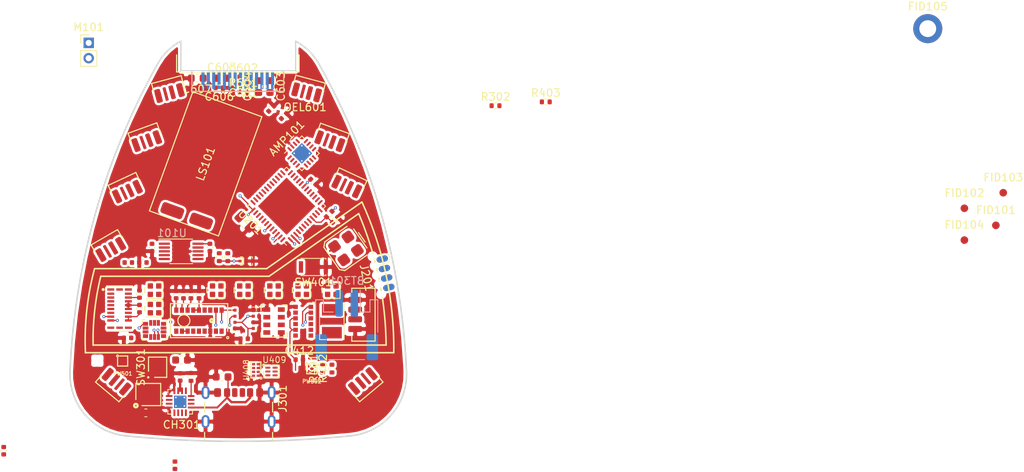
<source format=kicad_pcb>
(kicad_pcb (version 20171130) (host pcbnew 5.0.2+dfsg1-1)
  (layers (0 F.Cu signal) (1 In1.Cu signal) (2 In2.Cu signal) (31 B.Cu signal) (34 B.Paste user) (35 F.Paste user) (36 B.SilkS user) (37 F.SilkS user) (38 B.Mask user) (39 F.Mask user) (44 Edge.Cuts user))
  (net 0 "")
  (net 1 GND)
  (net 2 SDA)
  (net 3 SCL)
  (net 4 +3V3)
  (net 5 "Net-(AE201-Pad1)")
  (net 6 "Net-(U201-Pad5)")
  (net 7 "Net-(U201-Pad6)")
  (net 8 "Net-(U201-Pad7)")
  (net 9 "Net-(U201-Pad8)")
  (net 10 "Net-(U201-Pad10)")
  (net 11 "Net-(U201-Pad11)")
  (net 12 "Net-(U201-Pad12)")
  (net 13 "Net-(U201-Pad13)")
  (net 14 "Net-(U201-Pad14)")
  (net 15 "Net-(U201-Pad15)")
  (net 16 "Net-(U201-Pad16)")
  (net 17 "Net-(U201-Pad17)")
  (net 18 "Net-(U201-Pad18)")
  (net 19 "Net-(U201-Pad20)")
  (net 20 "Net-(U201-Pad21)")
  (net 21 "Net-(U201-Pad22)")
  (net 22 "Net-(U201-Pad24)")
  (net 23 "Net-(U201-Pad25)")
  (net 24 "Net-(U201-Pad26)")
  (net 25 "Net-(U201-Pad27)")
  (net 26 "Net-(U201-Pad28)")
  (net 27 "Net-(U201-Pad29)")
  (net 28 "Net-(U201-Pad30)")
  (net 29 "Net-(U201-Pad31)")
  (net 30 "Net-(U201-Pad32)")
  (net 31 "Net-(U201-Pad33)")
  (net 32 "Net-(U201-Pad34)")
  (net 33 "Net-(U201-Pad35)")
  (net 34 "Net-(U201-Pad36)")
  (net 35 "Net-(U201-Pad38)")
  (net 36 "Net-(U201-Pad39)")
  (net 37 "/Core Schematic/P>E")
  (net 38 "/Core Schematic/E>P")
  (net 39 "Net-(U201-Pad42)")
  (net 40 "Net-(U201-Pad44)")
  (net 41 "Net-(U201-Pad45)")
  (net 42 "Net-(U201-Pad47)")
  (net 43 "Net-(U201-Pad48)")
  (net 44 "Net-(PW301-Pad4)")
  (net 45 VGLOW)
  (net 46 +BATT)
  (net 47 "Net-(J301-Pad4)")
  (net 48 "Net-(J301-Pad3)")
  (net 49 "Net-(J201-Pad5)")
  (net 50 "Net-(J201-Pad4)")
  (net 51 "/Core Schematic/RESET")
  (net 52 "/Core Schematic/BOOT")
  (net 53 "Net-(J201-Pad8)")
  (net 54 "/Core Schematic/STATE_LED")
  (net 55 "/Core Schematic/LED_OUT")
  (net 56 "Net-(U402-Pad2)")
  (net 57 "Net-(U402-Pad7)")
  (net 58 "Net-(C404-Pad1)")
  (net 59 "Net-(C405-Pad1)")
  (net 60 "Net-(C406-Pad1)")
  (net 61 "Net-(D401-Pad1)")
  (net 62 "Net-(D401-Pad4)")
  (net 63 "Net-(D401-Pad2)")
  (net 64 "Net-(D401-Pad3)")
  (net 65 "Net-(U403-Pad4)")
  (net 66 "Net-(U403-Pad1)")
  (net 67 "Net-(U403-Pad11)")
  (net 68 "Net-(U403-Pad10)")
  (net 69 "Net-(U403-Pad9)")
  (net 70 "Net-(D404-Pad1)")
  (net 71 "Net-(D404-Pad4)")
  (net 72 "Net-(D404-Pad2)")
  (net 73 "Net-(D404-Pad3)")
  (net 74 "Net-(D403-Pad3)")
  (net 75 "Net-(D403-Pad2)")
  (net 76 "Net-(D403-Pad4)")
  (net 77 "Net-(D403-Pad1)")
  (net 78 "Net-(D402-Pad1)")
  (net 79 "Net-(D402-Pad4)")
  (net 80 "Net-(D402-Pad2)")
  (net 81 "Net-(D402-Pad3)")
  (net 82 "Net-(U405-Pad3)")
  (net 83 "Net-(U406-Pad1)")
  (net 84 "Net-(U406-Pad2)")
  (net 85 "Net-(U406-Pad3)")
  (net 86 "Net-(U406-Pad4)")
  (net 87 "Net-(U406-Pad5)")
  (net 88 "Net-(U406-Pad6)")
  (net 89 "Net-(U406-Pad7)")
  (net 90 "Net-(U406-Pad10)")
  (net 91 "Net-(U406-Pad11)")
  (net 92 "Net-(U406-Pad22)")
  (net 93 "Net-(U406-Pad12)")
  (net 94 "Net-(U407-Pad1)")
  (net 95 "Net-(U407-Pad2)")
  (net 96 "Net-(U407-Pad3)")
  (net 97 "Net-(U407-Pad7)")
  (net 98 "Net-(U407-Pad11)")
  (net 99 "Net-(D406-Pad1)")
  (net 100 "Net-(D406-Pad4)")
  (net 101 "Net-(D406-Pad2)")
  (net 102 "Net-(D406-Pad3)")
  (net 103 "Net-(D407-Pad3)")
  (net 104 "Net-(D407-Pad2)")
  (net 105 "Net-(D407-Pad4)")
  (net 106 "Net-(D407-Pad1)")
  (net 107 "Net-(R401-Pad2)")
  (net 108 "Net-(C412-Pad1)")
  (net 109 MIC_LR)
  (net 110 MIC_SCK)
  (net 111 MIC_DATA)
  (net 112 CAM_CS)
  (net 113 CAM_PILOT_CLOCK)
  (net 114 CAM_DATA)
  (net 115 CAM_DCLK)
  (net 116 "Net-(C410-Pad1)")
  (net 117 "Net-(C411-Pad1)")
  (net 118 "Net-(C411-Pad2)")
  (net 119 "Net-(D408-Pad2)")
  (net 120 "Net-(D408-Pad1)")
  (net 121 "Net-(C102-Pad1)")
  (net 122 "Net-(U101-Pad4)")
  (net 123 "Net-(U101-Pad5)")
  (net 124 "Net-(M101-Pad1)")
  (net 125 "Net-(M101-Pad2)")
  (net 126 "Net-(D501-Pad1)")
  (net 127 "Net-(D501-Pad2)")
  (net 128 "Net-(D501-Pad4)")
  (net 129 "Net-(D501-Pad3)")
  (net 130 "Net-(D509-Pad1)")
  (net 131 "Net-(D509-Pad2)")
  (net 132 "Net-(D509-Pad4)")
  (net 133 "Net-(D509-Pad3)")
  (net 134 "Net-(D508-Pad3)")
  (net 135 "Net-(D508-Pad4)")
  (net 136 "Net-(D508-Pad2)")
  (net 137 "Net-(D508-Pad1)")
  (net 138 "Net-(D507-Pad1)")
  (net 139 "Net-(D507-Pad2)")
  (net 140 "Net-(D507-Pad4)")
  (net 141 "Net-(D507-Pad3)")
  (net 142 "Net-(D506-Pad3)")
  (net 143 "Net-(D506-Pad4)")
  (net 144 "Net-(D506-Pad2)")
  (net 145 "Net-(D506-Pad1)")
  (net 146 "Net-(D505-Pad1)")
  (net 147 "Net-(D505-Pad2)")
  (net 148 "Net-(D505-Pad4)")
  (net 149 "Net-(D505-Pad3)")
  (net 150 "Net-(D504-Pad3)")
  (net 151 "Net-(D504-Pad4)")
  (net 152 "Net-(D504-Pad2)")
  (net 153 "Net-(D504-Pad1)")
  (net 154 "Net-(D502-Pad1)")
  (net 155 "Net-(D502-Pad2)")
  (net 156 "Net-(D502-Pad4)")
  (net 157 "Net-(D502-Pad3)")
  (net 158 "Net-(D503-Pad3)")
  (net 159 "Net-(D503-Pad4)")
  (net 160 "Net-(D503-Pad2)")
  (net 161 "Net-(D503-Pad1)")
  (net 162 "Net-(AMP101-Pad9)")
  (net 163 "Net-(AMP101-Pad10)")
  (net 164 SPKR_DATA)
  (net 165 SPKR_LRCK)
  (net 166 SPKR_BCK)
  (net 167 "Net-(OEL601-Pad12)")
  (net 168 "Net-(C605-Pad1)")
  (net 169 "Net-(C606-Pad2)")
  (net 170 "Net-(C604-Pad1)")
  (net 171 "Net-(C604-Pad2)")
  (net 172 "Net-(C603-Pad2)")
  (net 173 "Net-(C603-Pad1)")
  (net 174 "Net-(OEL601-Pad5)")
  (net 175 "Net-(OEL601-Pad9)")
  (net 176 +5V)
  (net 177 "/Power Handling/MAIN_PWR_ON")
  (net 178 "Net-(U408-Pad1)")
  (net 179 "Net-(U408-Pad2)")
  (net 180 "/Power Handling/Reset control logic/OFF")
  (net 181 "Net-(C408-Pad1)")
  (net 182 "Net-(C303-Pad1)")
  (net 183 "Net-(R403-Pad1)")
  (net 184 "Net-(BT301-Pad1)")
  (net 185 "Net-(SW301-Pad2)")
  (net 186 "Net-(SW301-Pad4)")
  (net 187 "/Power Handling/Reset control logic/BTN_OUT")
  (net 188 "Net-(CH301-Pad1)")
  (net 189 "Net-(CH301-Pad16)")
  (net 190 "Net-(CH301-Pad7)")
  (net 191 "Net-(CH301-Pad9)")
  (net 192 "Net-(CH301-Pad12)")
  (net 193 "Net-(CH301-Pad14)")
  (net 194 "Net-(CH301-Pad15)")
  (net 195 "Net-(C304-Pad2)")
  (net 196 "Net-(C304-Pad1)")
  (module Capacitor_SMD:C_0402_1005Metric (layer F.Cu) (at 92.40266 103.0478 90)
    (fp_text reference C301 hide)
    (fp_text value "2.2uF 0402")
    (pad 2 smd roundrect (at 0.48 0 90) (size 0.56 0.62) (layers F.Cu F.Paste F.Mask) (net 1 GND))
    (pad 1 smd roundrect (at -0.48 0 90) (size 0.56 0.62) (layers F.Cu F.Paste F.Mask) (net 184 "Net-(BT301-Pad1)"))
  )
  (module Capacitor_SMD:C_0402_1005Metric (layer F.Cu) (at 69.33946 112.6998 270)
    (fp_text reference C305 hide)
    (fp_text value "2.2uF 0402")
    (pad 2 smd roundrect (at 0.48 0 270) (size 0.56 0.62) (layers F.Cu F.Paste F.Mask) (net 1 GND))
    (pad 1 smd roundrect (at -0.48 0 270) (size 0.56 0.62) (layers F.Cu F.Paste F.Mask) (net 4 +3V3))
  )
  (module Resistor_SMD:R_0402_1005Metric (layer F.Cu) (at 93.82506 103.0478 90)
    (fp_text reference R301 hide)
    (fp_text value "10k 0402")
    (pad 2 smd roundrect (at 0.51 0 90) (size 0.54 0.64) (layers F.Cu F.Paste F.Mask) (net 1 GND))
    (pad 1 smd roundrect (at -0.51 0 90) (size 0.54 0.64) (layers F.Cu F.Paste F.Mask) (net 189 "Net-(CH301-Pad16)"))
  )
  (module Capacitor_SMD:C_0402_1005Metric (layer F.Cu) (at 91.724 114.6048 90)
    (fp_text reference C304 hide)
    (fp_text value "2.2uF 0402")
    (pad 2 smd roundrect (at 0.48 0 90) (size 0.56 0.62) (layers F.Cu F.Paste F.Mask) (net 195 "Net-(C304-Pad2)"))
    (pad 1 smd roundrect (at -0.48 0 90) (size 0.56 0.62) (layers F.Cu F.Paste F.Mask) (net 196 "Net-(C304-Pad1)"))
  )
  (module XasPrints:X2-DFN1010-4 (layer F.Cu) (at 84.88426 100.965)
    (fp_text reference PW501 (at 0 1.651) (layer F.SilkS) (effects (font (size 0.5 0.5) (thickness 0.1))))
    (fp_text value AP7354-18FS4)
    (pad 5 smd rect (at 0 0 45) (size 0.4 0.4) (layers F.Cu F.Paste F.Mask) (net 1 GND))
    (pad 4 smd custom (at 0.325 -0.325 270) (size 0.1 0.1) (layers F.Cu F.Paste F.Mask) (net 4 +3V3) (options (clearance outline) (anchor rect)) (primitives (gr_poly (pts (xy -0.175 -0.175) (xy -0.175 0.175) (xy -0.063 0.175) (xy 0.175 -0.063) (xy 0.175 -0.175)) (width 0))))
    (pad 3 smd custom (at 0.325 0.325 180) (size 0.1 0.1) (layers F.Cu F.Paste F.Mask) (net 4 +3V3) (options (clearance outline) (anchor rect)) (primitives (gr_poly (pts (xy -0.175 -0.175) (xy -0.175 0.175) (xy -0.063 0.175) (xy 0.175 -0.063) (xy 0.175 -0.175)) (width 0))))
    (pad 2 smd custom (at -0.325 0.325 90) (size 0.1 0.1) (layers F.Cu F.Paste F.Mask) (net 1 GND) (options (clearance outline) (anchor rect)) (primitives (gr_poly (pts (xy -0.175 -0.175) (xy -0.175 0.175) (xy -0.063 0.175) (xy 0.175 -0.063) (xy 0.175 -0.175)) (width 0))))
    (pad 1 smd custom (at -0.325 -0.325) (size 0.1 0.1) (layers F.Cu F.Paste F.Mask) (net 181 "Net-(C408-Pad1)") (options (clearance outline) (anchor rect)) (primitives (gr_poly (pts (xy -0.175 -0.175) (xy -0.175 0.175) (xy -0.063 0.175) (xy 0.175 -0.063) (xy 0.175 -0.175)) (width 0))))
  )
  (module XasPrints:X2-DFN1010-4 (layer F.Cu) (at 109.62386 101.981)
    (fp_text reference PW502 (at 0 1.651) (layer F.SilkS) (effects (font (size 0.5 0.5) (thickness 0.1))))
    (fp_text value AP7354-28FS4)
    (pad 5 smd rect (at 0 0 45) (size 0.4 0.4) (layers F.Cu F.Paste F.Mask) (net 1 GND))
    (pad 4 smd custom (at 0.325 -0.325 270) (size 0.1 0.1) (layers F.Cu F.Paste F.Mask) (net 4 +3V3) (options (clearance outline) (anchor rect)) (primitives (gr_poly (pts (xy -0.175 -0.175) (xy -0.175 0.175) (xy -0.063 0.175) (xy 0.175 -0.063) (xy 0.175 -0.175)) (width 0))))
    (pad 3 smd custom (at 0.325 0.325 180) (size 0.1 0.1) (layers F.Cu F.Paste F.Mask) (net 4 +3V3) (options (clearance outline) (anchor rect)) (primitives (gr_poly (pts (xy -0.175 -0.175) (xy -0.175 0.175) (xy -0.063 0.175) (xy 0.175 -0.063) (xy 0.175 -0.175)) (width 0))))
    (pad 2 smd custom (at -0.325 0.325 90) (size 0.1 0.1) (layers F.Cu F.Paste F.Mask) (net 1 GND) (options (clearance outline) (anchor rect)) (primitives (gr_poly (pts (xy -0.175 -0.175) (xy -0.175 0.175) (xy -0.063 0.175) (xy 0.175 -0.063) (xy 0.175 -0.175)) (width 0))))
    (pad 1 smd custom (at -0.325 -0.325) (size 0.1 0.1) (layers F.Cu F.Paste F.Mask) (net 108 "Net-(C412-Pad1)") (options (clearance outline) (anchor rect)) (primitives (gr_poly (pts (xy -0.175 -0.175) (xy -0.175 0.175) (xy -0.063 0.175) (xy 0.175 -0.063) (xy 0.175 -0.175)) (width 0))))
  )
  (module Button_Switch_SMD:SW_SPST_CK_KXT3 (layer F.Cu) (at 109.82198 88.6587 180)
    (fp_text reference SW401 (at 0 -2 180) (layer F.SilkS))
    (fp_text value "KXT 331 LHS")
    (pad 1 smd rect (at -1.625 0 180) (size 0.55 1.5) (layers F.Cu F.Paste F.Mask) (net 1 GND))
    (pad 2 smd rect (at 1.625 0 180) (size 0.55 1.5) (layers F.Cu F.Paste F.Mask) (net 183 "Net-(R403-Pad1)"))
  )
  (module Capacitor_SMD:C_0603_1608Metric (layer F.Cu) (at 97.88906 103.0478 180)
    (fp_text reference C303 hide)
    (fp_text value "1uF 0603 16V")
    (pad 1 smd roundrect (at -0.775 0 180) (size 0.9 0.95) (layers F.Cu F.Paste F.Mask) (net 182 "Net-(C303-Pad1)"))
    (pad 2 smd roundrect (at 0.775 0 180) (size 0.9 0.95) (layers F.Cu F.Paste F.Mask) (net 1 GND))
  )
  (module Package_DFN_QFN:VQFN-16-1EP_3x3mm_P0.5mm_EP1.6x1.6mm_ThermalVias (layer F.Cu) (at 92.40266 106.299 270)
    (fp_text reference CH301 (at 2.9972 -0.2032) (layer F.SilkS))
    (fp_text value BQ24232)
    (pad 1 smd roundrect (at -1.4375 -0.75 270) (size 0.875 0.25) (layers F.Cu F.Paste F.Mask) (net 188 "Net-(CH301-Pad1)"))
    (pad 2 smd roundrect (at -1.4375 -0.25 270) (size 0.875 0.25) (layers F.Cu F.Paste F.Mask) (net 184 "Net-(BT301-Pad1)"))
    (pad 3 smd roundrect (at -1.4375 0.25 270) (size 0.875 0.25) (layers F.Cu F.Paste F.Mask) (net 184 "Net-(BT301-Pad1)"))
    (pad 4 smd roundrect (at -1.4375 0.75 270) (size 0.875 0.25) (layers F.Cu F.Paste F.Mask) (net 1 GND))
    (pad 5 smd roundrect (at -0.75 1.4375 270) (size 0.25 0.875) (layers F.Cu F.Paste F.Mask) (net 1 GND))
    (pad 6 smd roundrect (at -0.25 1.4375 270) (size 0.25 0.875) (layers F.Cu F.Paste F.Mask) (net 1 GND))
    (pad 7 smd roundrect (at 0.25 1.4375 270) (size 0.25 0.875) (layers F.Cu F.Paste F.Mask) (net 190 "Net-(CH301-Pad7)"))
    (pad 8 smd roundrect (at 0.75 1.4375 270) (size 0.25 0.875) (layers F.Cu F.Paste F.Mask) (net 1 GND))
    (pad 9 smd roundrect (at 1.4375 0.75 270) (size 0.875 0.25) (layers F.Cu F.Paste F.Mask) (net 191 "Net-(CH301-Pad9)"))
    (pad 10 smd roundrect (at 1.4375 0.25 270) (size 0.875 0.25) (layers F.Cu F.Paste F.Mask) (net 176 +5V))
    (pad 11 smd roundrect (at 1.4375 -0.25 270) (size 0.875 0.25) (layers F.Cu F.Paste F.Mask) (net 176 +5V))
    (pad 12 smd roundrect (at 1.4375 -0.75 270) (size 0.875 0.25) (layers F.Cu F.Paste F.Mask) (net 192 "Net-(CH301-Pad12)"))
    (pad 13 smd roundrect (at 0.75 -1.4375 270) (size 0.25 0.875) (layers F.Cu F.Paste F.Mask) (net 182 "Net-(C303-Pad1)"))
    (pad 14 smd roundrect (at 0.25 -1.4375 270) (size 0.25 0.875) (layers F.Cu F.Paste F.Mask) (net 193 "Net-(CH301-Pad14)"))
    (pad 15 smd roundrect (at -0.25 -1.4375 270) (size 0.25 0.875) (layers F.Cu F.Paste F.Mask) (net 194 "Net-(CH301-Pad15)"))
    (pad 16 smd roundrect (at -0.75 -1.4375 270) (size 0.25 0.875) (layers F.Cu F.Paste F.Mask) (net 189 "Net-(CH301-Pad16)"))
    (pad 17 smd rect (at 0 0 270) (size 1.6 1.6) (layers F.Cu F.Mask) (net 1 GND))
    (pad 17 thru_hole circle (at -0.55 -0.55 270) (size 0.5 0.5) (drill 0.2) (layers *.Cu) (net 1 GND))
    (pad 17 thru_hole circle (at 0.55 -0.55 270) (size 0.5 0.5) (drill 0.2) (layers *.Cu) (net 1 GND))
    (pad 17 thru_hole circle (at -0.55 0.55 270) (size 0.5 0.5) (drill 0.2) (layers *.Cu) (net 1 GND))
    (pad 17 thru_hole circle (at 0.55 0.55 270) (size 0.5 0.5) (drill 0.2) (layers *.Cu) (net 1 GND))
    (pad 17 smd rect (at 0 0 270) (size 1.6 1.6) (layers B.Cu) (net 1 GND))
  )
  (module Resistor_SMD:R_0402_1005Metric (layer F.Cu) (at 133.629301 67.555541)
    (fp_text reference R302 (at 0 -1.17) (layer F.SilkS))
    (fp_text value "10k 0402")
    (pad 2 smd roundrect (at 0.51 0) (size 0.54 0.64) (layers F.Cu F.Paste F.Mask) (net 1 GND))
    (pad 1 smd roundrect (at -0.51 0) (size 0.54 0.64) (layers F.Cu F.Paste F.Mask) (net 188 "Net-(CH301-Pad1)"))
  )
  (module Resistor_SMD:R_0402_1005Metric (layer F.Cu) (at 140.199301 67.055541)
    (fp_text reference R403 (at 0 -1.17) (layer F.SilkS))
    (fp_text value "900k 0402")
    (pad 1 smd roundrect (at -0.51 0) (size 0.54 0.64) (layers F.Cu F.Paste F.Mask) (net 183 "Net-(R403-Pad1)"))
    (pad 2 smd roundrect (at 0.51 0) (size 0.54 0.64) (layers F.Cu F.Paste F.Mask) (net 187 "/Power Handling/Reset control logic/BTN_OUT"))
  )
  (module XasPrints:MLF-6-EP-P0.5mm (layer F.Cu) (at 89.45626 101.7778)
    (fp_text reference SW301 (at -2.19 0 90) (layer F.SilkS))
    (fp_text value MIC94069)
    (pad 8 smd rect (at -0.75 -0.825) (size 0.28 0.4) (layers F.Cu F.Paste F.Mask) (net 1 GND))
    (pad 1 smd rect (at -0.75 0.825) (size 0.28 0.4) (layers F.Cu F.Paste F.Mask) (net 184 "Net-(BT301-Pad1)"))
    (pad 7 smd rect (at -0.25 -0.825) (size 0.28 0.4) (layers F.Cu F.Paste F.Mask) (net 46 +BATT))
    (pad 2 smd rect (at -0.25 0.825) (size 0.28 0.4) (layers F.Cu F.Paste F.Mask) (net 185 "Net-(SW301-Pad2)"))
    (pad 6 smd rect (at 0.25 -0.825) (size 0.28 0.4) (layers F.Cu F.Paste F.Mask) (net 1 GND))
    (pad 3 smd rect (at 0.25 0.825) (size 0.28 0.4) (layers F.Cu F.Paste F.Mask) (net 176 +5V))
    (pad 5 smd rect (at 0.75 -0.825) (size 0.28 0.4) (layers F.Cu F.Paste F.Mask) (net 45 VGLOW))
    (pad 4 smd rect (at 0.75 0.825) (size 0.28 0.4) (layers F.Cu F.Paste F.Mask) (net 186 "Net-(SW301-Pad4)"))
    (pad 9 smd roundrect (at 0 0) (size 1.2 0.6) (layers F.Cu F.Paste F.Mask))
  )
  (module XasPrints:UDFN6 (layer F.Cu) (at 104.34066 102.3366 270)
    (fp_text reference U409 (at -1.524 -0.381) (layer F.SilkS) (effects (font (size 0.8 0.8) (thickness 0.1))))
    (fp_text value SR1PBBU)
    (pad 6 smd rect (at -0.5 -0.475 270) (size 0.25 0.65) (layers F.Cu F.Paste F.Mask))
    (pad 1 smd rect (at -0.5 0.475 270) (size 0.25 0.65) (layers F.Cu F.Paste F.Mask) (net 178 "Net-(U408-Pad1)"))
    (pad 5 smd rect (at 0 -0.475 270) (size 0.25 0.65) (layers F.Cu F.Paste F.Mask))
    (pad 2 smd rect (at 0 0.475 270) (size 0.25 0.65) (layers F.Cu F.Paste F.Mask) (net 1 GND))
    (pad 4 smd rect (at 0.5 -0.475 270) (size 0.25 0.65) (layers F.Cu F.Paste F.Mask) (net 176 +5V))
    (pad 3 smd rect (at 0.5 0.475 270) (size 0.25 0.65) (layers F.Cu F.Paste F.Mask) (net 183 "Net-(R403-Pad1)"))
  )
  (module XasPrints:XSON8 (layer F.Cu) (at 102.30866 102.1334 90)
    (fp_text reference U408 (at 0 -1.27 270) (layer F.SilkS) (effects (font (size 0.7 0.7) (thickness 0.1))))
    (fp_text value 74LVC1G74GT-Q100X)
    (pad 8 smd rect (at -0.75 -0.3 90) (size 0.3 0.4) (layers F.Cu F.Paste F.Mask) (net 176 +5V))
    (pad 1 smd rect (at -0.75 0.3 90) (size 0.3 0.4) (layers F.Cu F.Paste F.Mask) (net 178 "Net-(U408-Pad1)"))
    (pad 7 smd rect (at -0.25 -0.3 90) (size 0.3 0.4) (layers F.Cu F.Paste F.Mask) (net 176 +5V))
    (pad 2 smd rect (at -0.25 0.3 90) (size 0.3 0.4) (layers F.Cu F.Paste F.Mask) (net 179 "Net-(U408-Pad2)"))
    (pad 6 smd rect (at 0.25 -0.3 90) (size 0.3 0.4) (layers F.Cu F.Paste F.Mask) (net 180 "/Power Handling/Reset control logic/OFF"))
    (pad 3 smd rect (at 0.25 0.3 90) (size 0.3 0.4) (layers F.Cu F.Paste F.Mask) (net 179 "Net-(U408-Pad2)"))
    (pad 5 smd rect (at 0.75 -0.3 90) (size 0.3 0.4) (layers F.Cu F.Paste F.Mask) (net 177 "/Power Handling/MAIN_PWR_ON"))
    (pad 4 smd rect (at 0.75 0.3 90) (size 0.3 0.4) (layers F.Cu F.Paste F.Mask) (net 1 GND))
  )
  (module XasPrints:OLED_Smoll_Upsidedown (layer F.Cu) (at 99.9409 64.2747)
    (fp_text reference OEL601 (at 8.8011 3.4798) (layer F.SilkS))
    (fp_text value VG-6432TSWAG01_IIC_sh1106)
    (pad 1 smd roundrect (at 4.55 0) (size 0.4 2.2) (layers B.Cu B.Mask) (net 173 "Net-(C603-Pad1)"))
    (pad 2 smd roundrect (at 3.85 0) (size 0.4 2.2) (layers B.Cu B.Mask) (net 172 "Net-(C603-Pad2)"))
    (pad 3 smd roundrect (at 3.15 0) (size 0.4 2.2) (layers B.Cu B.Mask) (net 170 "Net-(C604-Pad1)"))
    (pad 4 smd roundrect (at 2.45 0) (size 0.4 2.2) (layers B.Cu B.Mask) (net 171 "Net-(C604-Pad2)"))
    (pad 5 smd roundrect (at 1.75 0) (size 0.4 2.2) (layers B.Cu B.Mask) (net 174 "Net-(OEL601-Pad5)"))
    (pad 6 smd roundrect (at 1.05 0) (size 0.4 2.2) (layers B.Cu B.Mask))
    (pad 7 smd roundrect (at 0.35 0) (size 0.4 2.2) (layers B.Cu B.Mask) (net 1 GND))
    (pad 8 smd roundrect (at -0.35 0) (size 0.4 2.2) (layers B.Cu B.Mask) (net 4 +3V3))
    (pad 9 smd roundrect (at -1.05 0) (size 0.4 2.2) (layers B.Cu B.Mask) (net 175 "Net-(OEL601-Pad9)"))
    (pad 10 smd roundrect (at -1.75 0) (size 0.4 2.2) (layers B.Cu B.Mask) (net 3 SCL))
    (pad 11 smd roundrect (at -2.45 0) (size 0.4 2.2) (layers B.Cu B.Mask) (net 2 SDA))
    (pad 12 smd roundrect (at -3.15 0) (size 0.4 2.2) (layers B.Cu B.Mask) (net 167 "Net-(OEL601-Pad12)"))
    (pad 13 smd roundrect (at -3.85 0) (size 0.4 2.2) (layers B.Cu B.Mask) (net 168 "Net-(C605-Pad1)"))
    (pad 14 smd roundrect (at -4.55 0) (size 0.4 2.2) (layers B.Cu B.Mask) (net 169 "Net-(C606-Pad2)"))
  )
  (module Capacitor_SMD:C_0402_1005Metric (layer F.Cu) (at 100.6521 64.7192 180)
    (fp_text reference C601 (at 0 -1.16 180) (layer F.SilkS))
    (fp_text value "0.1uF 0402")
    (pad 1 smd roundrect (at -0.48 0 180) (size 0.56 0.62) (layers F.Cu F.Paste F.Mask) (net 1 GND))
    (pad 2 smd roundrect (at 0.48 0 180) (size 0.56 0.62) (layers F.Cu F.Paste F.Mask) (net 4 +3V3))
  )
  (module Capacitor_SMD:C_0402_1005Metric (layer F.Cu) (at 100.6521 63.7794)
    (fp_text reference C602 (at 0 -1.16) (layer F.SilkS))
    (fp_text value "1uF 0402")
    (pad 2 smd roundrect (at 0.48 0) (size 0.56 0.62) (layers F.Cu F.Paste F.Mask) (net 1 GND))
    (pad 1 smd roundrect (at -0.48 0) (size 0.56 0.62) (layers F.Cu F.Paste F.Mask) (net 4 +3V3))
  )
  (module Capacitor_SMD:C_0402_1005Metric (layer F.Cu) (at 97.5152 65.2145 180)
    (fp_text reference C606 (at 0 -1.16 180) (layer F.SilkS))
    (fp_text value "0.1uF 0402 16V")
    (pad 1 smd roundrect (at -0.48 0 180) (size 0.56 0.62) (layers F.Cu F.Paste F.Mask) (net 1 GND))
    (pad 2 smd roundrect (at 0.48 0 180) (size 0.56 0.62) (layers F.Cu F.Paste F.Mask) (net 169 "Net-(C606-Pad2)"))
  )
  (module Capacitor_SMD:C_0603_1608Metric (layer F.Cu) (at 104.1446 65.0494 270)
    (fp_text reference C603 (at 0 -1.43 270) (layer F.SilkS))
    (fp_text value "1uF 0603 16V")
    (pad 2 smd roundrect (at 0.775 0 270) (size 0.9 0.95) (layers F.Cu F.Paste F.Mask) (net 172 "Net-(C603-Pad2)"))
    (pad 1 smd roundrect (at -0.775 0 270) (size 0.9 0.95) (layers F.Cu F.Paste F.Mask) (net 173 "Net-(C603-Pad1)"))
  )
  (module Capacitor_SMD:C_0603_1608Metric (layer F.Cu) (at 102.646 65.0494 90)
    (fp_text reference C604 (at 0 -1.43 90) (layer F.SilkS))
    (fp_text value "1uF 0603 16V")
    (pad 1 smd roundrect (at -0.775 0 90) (size 0.9 0.95) (layers F.Cu F.Paste F.Mask) (net 170 "Net-(C604-Pad1)"))
    (pad 2 smd roundrect (at 0.775 0 90) (size 0.9 0.95) (layers F.Cu F.Paste F.Mask) (net 171 "Net-(C604-Pad2)"))
  )
  (module Capacitor_SMD:C_0603_1608Metric (layer F.Cu) (at 94.6323 63.9572 180)
    (fp_text reference C607 (at 0 -1.43 180) (layer F.SilkS))
    (fp_text value "2.2uF 0603 16V")
    (pad 2 smd roundrect (at 0.775 0 180) (size 0.9 0.95) (layers F.Cu F.Paste F.Mask) (net 1 GND))
    (pad 1 smd roundrect (at -0.775 0 180) (size 0.9 0.95) (layers F.Cu F.Paste F.Mask) (net 169 "Net-(C606-Pad2)"))
  )
  (module Capacitor_SMD:C_0603_1608Metric (layer F.Cu) (at 97.8454 63.9572)
    (fp_text reference C605 (at 0 -1.43) (layer F.SilkS))
    (fp_text value "2.2uF 0603 16V")
    (pad 1 smd roundrect (at -0.775 0) (size 0.9 0.95) (layers F.Cu F.Paste F.Mask) (net 168 "Net-(C605-Pad1)"))
    (pad 2 smd roundrect (at 0.775 0) (size 0.9 0.95) (layers F.Cu F.Paste F.Mask) (net 1 GND))
  )
  (module MountingHole:MountingHole_2.2mm_M2_DIN965_Pad (layer F.Cu) (at 190.131701 57.470801)
    (fp_text reference FID105 (at 0 -2.9) (layer F.SilkS))
    (fp_text value Fiducial)
    (pad 1 thru_hole circle (at 0 0) (size 3.8 3.8) (drill 2.2) (layers *.Cu *.Mask))
  )
  (module Resistor_SMD:R_0402_1005Metric (layer F.Cu) (at 100.6521 65.7479)
    (fp_text reference R601 (at 0 -1.17) (layer F.SilkS))
    (fp_text value "560k 0402")
    (pad 1 smd roundrect (at -0.51 0) (size 0.54 0.64) (layers F.Cu F.Paste F.Mask) (net 167 "Net-(OEL601-Pad12)"))
    (pad 2 smd roundrect (at 0.51 0) (size 0.54 0.64) (layers F.Cu F.Paste F.Mask) (net 1 GND))
  )
  (module Connector_PinHeader_2.00mm:PinHeader_1x02_P2.00mm_Vertical (layer F.Cu) (at 80.447401 59.335401)
    (fp_text reference M101 (at 0 -2.06) (layer F.SilkS))
    (fp_text value G0832013D)
    (pad 1 thru_hole rect (at 0 0) (size 1.35 1.35) (drill 0.8) (layers *.Cu *.Mask) (net 124 "Net-(M101-Pad1)"))
    (pad 2 thru_hole oval (at 0 2) (size 1.35 1.35) (drill 0.8) (layers *.Cu *.Mask) (net 125 "Net-(M101-Pad2)"))
  )
  (module XasPrints:IN-PI42TAS (layer F.Cu) (at 88.0156 71.9836 20)
    (fp_text reference D503 hide)
    (fp_text value WS2812B)
    (pad 3 smd roundrect (at -1.550001 0.2 20) (size 0.8 1.8) (layers F.Cu F.Paste F.Mask) (net 158 "Net-(D503-Pad3)"))
    (pad 4 smd roundrect (at 1.425 0.2 20) (size 0.8 1.8) (layers F.Cu F.Paste F.Mask) (net 159 "Net-(D503-Pad4)"))
    (pad 2 smd roundrect (at -0.575 0.2 20) (size 0.4 1.8) (layers F.Cu F.Paste F.Mask) (net 160 "Net-(D503-Pad2)"))
    (pad 1 smd roundrect (at 0.3 0.2 20) (size 0.6 1.8) (layers F.Cu F.Paste F.Mask) (net 161 "Net-(D503-Pad1)"))
  )
  (module XasPrints:IN-PI42TAS (layer F.Cu) (at 85.4756 78.5876 25)
    (fp_text reference D502 hide)
    (fp_text value WS2812B)
    (pad 3 smd roundrect (at -1.55 0.2 25) (size 0.8 1.8) (layers F.Cu F.Paste F.Mask) (net 157 "Net-(D502-Pad3)"))
    (pad 4 smd roundrect (at 1.425 0.2 25) (size 0.8 1.8) (layers F.Cu F.Paste F.Mask) (net 156 "Net-(D502-Pad4)"))
    (pad 2 smd roundrect (at -0.575 0.2 25) (size 0.4 1.8) (layers F.Cu F.Paste F.Mask) (net 155 "Net-(D502-Pad2)"))
    (pad 1 smd roundrect (at 0.3 0.2 25) (size 0.6 1.8) (layers F.Cu F.Paste F.Mask) (net 154 "Net-(D502-Pad1)"))
  )
  (module XasPrints:IN-PI42TAS (layer F.Cu) (at 91.0128 65.6844 15)
    (fp_text reference D504 hide)
    (fp_text value WS2812B)
    (pad 3 smd roundrect (at -1.55 0.2 15) (size 0.8 1.8) (layers F.Cu F.Paste F.Mask) (net 150 "Net-(D504-Pad3)"))
    (pad 4 smd roundrect (at 1.425 0.2 15) (size 0.8 1.8) (layers F.Cu F.Paste F.Mask) (net 151 "Net-(D504-Pad4)"))
    (pad 2 smd roundrect (at -0.575 0.2 15) (size 0.4 1.8) (layers F.Cu F.Paste F.Mask) (net 152 "Net-(D504-Pad2)"))
    (pad 1 smd roundrect (at 0.300002 0.2 15) (size 0.6 1.8) (layers F.Cu F.Paste F.Mask) (net 153 "Net-(D504-Pad1)"))
  )
  (module XasPrints:IN-PI42TAS (layer F.Cu) (at 109.0468 65.6336 345)
    (fp_text reference D505 hide)
    (fp_text value WS2812B)
    (pad 3 smd roundrect (at -1.55 0.2 345) (size 0.8 1.8) (layers F.Cu F.Paste F.Mask) (net 149 "Net-(D505-Pad3)"))
    (pad 4 smd roundrect (at 1.424999 0.2 345) (size 0.8 1.8) (layers F.Cu F.Paste F.Mask) (net 148 "Net-(D505-Pad4)"))
    (pad 2 smd roundrect (at -0.575 0.2 345) (size 0.4 1.8) (layers F.Cu F.Paste F.Mask) (net 147 "Net-(D505-Pad2)"))
    (pad 1 smd roundrect (at 0.3 0.2 345) (size 0.6 1.8) (layers F.Cu F.Paste F.Mask) (net 146 "Net-(D505-Pad1)"))
  )
  (module XasPrints:IN-PI42TAS (layer F.Cu) (at 112.0948 72.0344 340)
    (fp_text reference D506 hide)
    (fp_text value WS2812B)
    (pad 3 smd roundrect (at -1.55 0.2 340) (size 0.8 1.8) (layers F.Cu F.Paste F.Mask) (net 142 "Net-(D506-Pad3)"))
    (pad 4 smd roundrect (at 1.425 0.2 340) (size 0.8 1.8) (layers F.Cu F.Paste F.Mask) (net 143 "Net-(D506-Pad4)"))
    (pad 2 smd roundrect (at -0.575 0.2 340) (size 0.4 1.8) (layers F.Cu F.Paste F.Mask) (net 144 "Net-(D506-Pad2)"))
    (pad 1 smd roundrect (at 0.3 0.2 340) (size 0.6 1.8) (layers F.Cu F.Paste F.Mask) (net 145 "Net-(D506-Pad1)"))
  )
  (module XasPrints:IN-PI42TAS (layer F.Cu) (at 114.33 77.978 335)
    (fp_text reference D507 hide)
    (fp_text value WS2812B)
    (pad 3 smd roundrect (at -1.55 0.2 335) (size 0.8 1.8) (layers F.Cu F.Paste F.Mask) (net 141 "Net-(D507-Pad3)"))
    (pad 4 smd roundrect (at 1.425 0.2 335) (size 0.8 1.8) (layers F.Cu F.Paste F.Mask) (net 140 "Net-(D507-Pad4)"))
    (pad 2 smd roundrect (at -0.575 0.2 335) (size 0.4 1.8) (layers F.Cu F.Paste F.Mask) (net 139 "Net-(D507-Pad2)"))
    (pad 1 smd roundrect (at 0.3 0.2 335) (size 0.6 1.8) (layers F.Cu F.Paste F.Mask) (net 138 "Net-(D507-Pad1)"))
  )
  (module XasPrints:IN-PI42TAS (layer F.Cu) (at 116.362 103.7844 220)
    (fp_text reference D508 hide)
    (fp_text value WS2812B)
    (pad 3 smd roundrect (at -1.55 0.2 220) (size 0.8 1.8) (layers F.Cu F.Paste F.Mask) (net 134 "Net-(D508-Pad3)"))
    (pad 4 smd roundrect (at 1.425 0.2 220) (size 0.8 1.8) (layers F.Cu F.Paste F.Mask) (net 135 "Net-(D508-Pad4)"))
    (pad 2 smd roundrect (at -0.575 0.2 220) (size 0.4 1.8) (layers F.Cu F.Paste F.Mask) (net 136 "Net-(D508-Pad2)"))
    (pad 1 smd roundrect (at 0.3 0.2 220) (size 0.6 1.8) (layers F.Cu F.Paste F.Mask) (net 137 "Net-(D508-Pad1)"))
  )
  (module XasPrints:IN-PI42TAS (layer F.Cu) (at 83.9008 103.7844 140)
    (fp_text reference D509 hide)
    (fp_text value WS2812B)
    (pad 3 smd roundrect (at -1.55 0.2 140) (size 0.8 1.8) (layers F.Cu F.Paste F.Mask) (net 133 "Net-(D509-Pad3)"))
    (pad 4 smd roundrect (at 1.425 0.2 140) (size 0.8 1.8) (layers F.Cu F.Paste F.Mask) (net 132 "Net-(D509-Pad4)"))
    (pad 2 smd roundrect (at -0.575 0.2 140) (size 0.4 1.8) (layers F.Cu F.Paste F.Mask) (net 131 "Net-(D509-Pad2)"))
    (pad 1 smd roundrect (at 0.3 0.2 140) (size 0.6 1.8) (layers F.Cu F.Paste F.Mask) (net 130 "Net-(D509-Pad1)"))
  )
  (module XasPrints:IN-PI42TAS (layer F.Cu) (at 83.2912 86.1568 30)
    (fp_text reference D501 hide)
    (fp_text value WS2812B)
    (pad 3 smd roundrect (at -1.55 0.2 30) (size 0.8 1.8) (layers F.Cu F.Paste F.Mask) (net 129 "Net-(D501-Pad3)"))
    (pad 4 smd roundrect (at 1.425 0.2 30) (size 0.8 1.8) (layers F.Cu F.Paste F.Mask) (net 128 "Net-(D501-Pad4)"))
    (pad 2 smd roundrect (at -0.575 0.2 30) (size 0.4 1.8) (layers F.Cu F.Paste F.Mask) (net 127 "Net-(D501-Pad2)"))
    (pad 1 smd roundrect (at 0.3 0.2 30) (size 0.6 1.8) (layers F.Cu F.Paste F.Mask) (net 126 "Net-(D501-Pad1)"))
  )
  (module Connector_JST:JST_PH_S2B-PH-SM4-TB_1x02-1MP_P2.00mm_Horizontal (layer B.Cu) (at 114.1776 96.266 180)
    (fp_text reference BT301 (at 0 5.8 180) (layer B.SilkS) (effects (justify mirror)))
    (fp_text value Battery_Cell)
    (pad 1 smd roundrect (at -1 2.85 180) (size 1 3.5) (layers B.Cu B.Paste B.Mask) (net 184 "Net-(BT301-Pad1)"))
    (pad 2 smd roundrect (at 1 2.85 180) (size 1 3.5) (layers B.Cu B.Paste B.Mask) (net 1 GND))
    (pad MP smd roundrect (at -3.35 -2.9 180) (size 1.5 3.4) (layers B.Cu B.Paste B.Mask) (roundrect_rratio 0.166667))
    (pad MP smd roundrect (at 3.35 -2.9 180) (size 1.5 3.4) (layers B.Cu B.Paste B.Mask) (roundrect_rratio 0.166667))
  )
  (module XasPrints:SP-1609S-1 (layer F.Cu) (at 95.7372 75.1586 340)
    (fp_text reference LS101 (at 0 0 70) (layer F.SilkS))
    (fp_text value Speaker)
    (pad 2 smd roundrect (at -2 7.25 340) (size 3 1.5) (layers F.Cu F.Mask) (net 163 "Net-(AMP101-Pad10)"))
    (pad 1 smd roundrect (at 2 7.25 340) (size 3 1.5) (layers F.Cu F.Mask) (net 162 "Net-(AMP101-Pad9)"))
  )
  (module Package_DFN_QFN:QFN-16-1EP_3x3mm_P0.5mm_EP1.9x1.9mm_ThermalVias (layer F.Cu) (at 108.3102 73.787 45)
    (fp_text reference AMP101 (at 0 -2.8 45) (layer F.SilkS))
    (fp_text value MAX98357A)
    (pad 1 smd roundrect (at -1.5125 -0.75 45) (size 0.675 0.25) (layers F.Cu F.Paste F.Mask) (net 164 SPKR_DATA))
    (pad 2 smd roundrect (at -1.5125 -0.25 45) (size 0.675 0.25) (layers F.Cu F.Paste F.Mask) (net 45 VGLOW))
    (pad 3 smd roundrect (at -1.5125 0.25 45) (size 0.675 0.25) (layers F.Cu F.Paste F.Mask) (net 1 GND))
    (pad 4 smd roundrect (at -1.5125 0.75 45) (size 0.675 0.25) (layers F.Cu F.Paste F.Mask) (net 45 VGLOW))
    (pad 5 smd roundrect (at -0.75 1.5125 45) (size 0.25 0.675) (layers F.Cu F.Paste F.Mask))
    (pad 6 smd roundrect (at -0.25 1.5125 45) (size 0.25 0.675) (layers F.Cu F.Paste F.Mask))
    (pad 7 smd roundrect (at 0.25 1.5125 45) (size 0.25 0.675) (layers F.Cu F.Paste F.Mask) (net 45 VGLOW))
    (pad 8 smd roundrect (at 0.75 1.5125 45) (size 0.25 0.675) (layers F.Cu F.Paste F.Mask) (net 45 VGLOW))
    (pad 9 smd roundrect (at 1.5125 0.75 45) (size 0.675 0.25) (layers F.Cu F.Paste F.Mask) (net 162 "Net-(AMP101-Pad9)"))
    (pad 10 smd roundrect (at 1.5125 0.25 45) (size 0.675 0.25) (layers F.Cu F.Paste F.Mask) (net 163 "Net-(AMP101-Pad10)"))
    (pad 11 smd roundrect (at 1.5125 -0.25 45) (size 0.675 0.25) (layers F.Cu F.Paste F.Mask) (net 1 GND))
    (pad 12 smd roundrect (at 1.5125 -0.75 45) (size 0.675 0.25) (layers F.Cu F.Paste F.Mask))
    (pad 13 smd roundrect (at 0.75 -1.5125 45) (size 0.25 0.675) (layers F.Cu F.Paste F.Mask))
    (pad 14 smd roundrect (at 0.25 -1.5125 45) (size 0.25 0.675) (layers F.Cu F.Paste F.Mask) (net 165 SPKR_LRCK))
    (pad 15 smd roundrect (at -0.25 -1.5125 45) (size 0.25 0.675) (layers F.Cu F.Paste F.Mask) (net 1 GND))
    (pad 16 smd roundrect (at -0.75 -1.5125 45) (size 0.25 0.675) (layers F.Cu F.Paste F.Mask) (net 166 SPKR_BCK))
    (pad 17 smd rect (at 0 0 45) (size 1.9 1.9) (layers F.Cu F.Mask) (net 1 GND))
    (pad 17 thru_hole circle (at -0.7 -0.7 45) (size 0.5 0.5) (drill 0.2) (layers *.Cu) (net 1 GND))
    (pad 17 thru_hole circle (at 0.7 -0.7 45) (size 0.5 0.5) (drill 0.2) (layers *.Cu) (net 1 GND))
    (pad 17 thru_hole circle (at -0.7 0.7 45) (size 0.5 0.5) (drill 0.2) (layers *.Cu) (net 1 GND))
    (pad 17 thru_hole circle (at 0.7 0.7 45) (size 0.5 0.5) (drill 0.2) (layers *.Cu) (net 1 GND))
    (pad 17 smd rect (at 0 0 45) (size 1.9 1.9) (layers B.Cu) (net 1 GND))
  )
  (module Capacitor_SMD:C_0402_1005Metric (layer F.Cu) (at 105.974586 68.903289 45)
    (fp_text reference C104 hide)
    (fp_text value "0.1uF 0402")
    (pad 2 smd roundrect (at 0.48 0 45) (size 0.56 0.62) (layers F.Cu F.Paste F.Mask) (net 1 GND))
    (pad 1 smd roundrect (at -0.48 0 45) (size 0.56 0.62) (layers F.Cu F.Paste F.Mask) (net 45 VGLOW))
  )
  (module Capacitor_SMD:C_0402_1005Metric (layer F.Cu) (at 104.320523 67.938513 45)
    (fp_text reference C103 hide)
    (fp_text value "10uF 0402")
    (pad 1 smd roundrect (at -0.48 0 45) (size 0.56 0.62) (layers F.Cu F.Paste F.Mask) (net 45 VGLOW))
    (pad 2 smd roundrect (at 0.48 0 45) (size 0.56 0.62) (layers F.Cu F.Paste F.Mask) (net 1 GND))
  )
  (module Fiducial:Fiducial_1mm_Mask2mm (layer F.Cu) (at 194.9196 80.9752)
    (fp_text reference FID102 (at 0 -2) (layer F.SilkS))
    (fp_text value Fiducial)
    (pad "" smd circle (at 0 0) (size 1 1) (layers F.Cu F.Mask) (clearance 0.5))
  )
  (module Fiducial:Fiducial_1mm_Mask2mm (layer F.Cu) (at 199.9996 78.9432)
    (fp_text reference FID103 (at 0 -2) (layer F.SilkS))
    (fp_text value Fiducial)
    (pad "" smd circle (at 0 0) (size 1 1) (layers F.Cu F.Mask) (clearance 0.5))
  )
  (module Fiducial:Fiducial_1mm_Mask2mm (layer F.Cu) (at 199.0344 83.2104)
    (fp_text reference FID101 (at 0 -2) (layer F.SilkS))
    (fp_text value Fiducial)
    (pad "" smd circle (at 0 0) (size 1 1) (layers F.Cu F.Mask) (clearance 0.5))
  )
  (module Fiducial:Fiducial_1mm_Mask2mm (layer F.Cu) (at 194.9196 85.1408)
    (fp_text reference FID104 (at 0 -2) (layer F.SilkS))
    (fp_text value Fiducial)
    (pad "" smd circle (at 0 0) (size 1 1) (layers F.Cu F.Mask) (clearance 0.5))
  )
  (module Capacitor_SMD:C_0402_1005Metric (layer F.Cu) (at 96.296 86.106 90)
    (fp_text reference C101 hide)
    (fp_text value "1uF 0402")
    (pad 2 smd roundrect (at 0.48 0 90) (size 0.56 0.62) (layers F.Cu F.Paste F.Mask) (net 176 +5V))
    (pad 1 smd roundrect (at -0.48 0 90) (size 0.56 0.62) (layers F.Cu F.Paste F.Mask) (net 1 GND))
  )
  (module Capacitor_SMD:C_0402_1005Metric (layer F.Cu) (at 88.7268 86.106 270)
    (fp_text reference C102 hide)
    (fp_text value "1uF 0402")
    (pad 1 smd roundrect (at -0.48 0 270) (size 0.56 0.62) (layers F.Cu F.Paste F.Mask) (net 121 "Net-(C102-Pad1)"))
    (pad 2 smd roundrect (at 0.48 0 270) (size 0.56 0.62) (layers F.Cu F.Paste F.Mask) (net 1 GND))
  )
  (module Package_SO:VSSOP-10_3x3mm_P0.5mm (layer F.Cu) (at 92.5368 86.614)
    (fp_text reference U101 (at -1.2192 -2.3876) (layer B.SilkS) (effects (justify mirror)))
    (fp_text value DRV2605)
    (pad 1 smd roundrect (at -2.2 -1) (size 1.45 0.3) (layers F.Cu F.Paste F.Mask) (net 121 "Net-(C102-Pad1)"))
    (pad 2 smd roundrect (at -2.2 -0.5) (size 1.45 0.3) (layers F.Cu F.Paste F.Mask) (net 3 SCL))
    (pad 3 smd roundrect (at -2.2 0) (size 1.45 0.3) (layers F.Cu F.Paste F.Mask) (net 2 SDA))
    (pad 4 smd roundrect (at -2.2 0.5) (size 1.45 0.3) (layers F.Cu F.Paste F.Mask) (net 122 "Net-(U101-Pad4)"))
    (pad 5 smd roundrect (at -2.2 1) (size 1.45 0.3) (layers F.Cu F.Paste F.Mask) (net 123 "Net-(U101-Pad5)"))
    (pad 6 smd roundrect (at 2.2 1) (size 1.45 0.3) (layers F.Cu F.Paste F.Mask) (net 176 +5V))
    (pad 7 smd roundrect (at 2.2 0.5) (size 1.45 0.3) (layers F.Cu F.Paste F.Mask) (net 124 "Net-(M101-Pad1)"))
    (pad 8 smd roundrect (at 2.2 0) (size 1.45 0.3) (layers F.Cu F.Paste F.Mask) (net 1 GND))
    (pad 9 smd roundrect (at 2.2 -0.5) (size 1.45 0.3) (layers F.Cu F.Paste F.Mask) (net 125 "Net-(M101-Pad2)"))
    (pad 10 smd roundrect (at 2.2 -1) (size 1.45 0.3) (layers F.Cu F.Paste F.Mask) (net 176 +5V))
  )
  (module digikey-footprints:SOD-523 (layer F.Cu) (at 101.0712 87.884)
    (fp_text reference D301 hide)
    (fp_text value PESD3V3S1UB)
    (pad K smd rect (at -0.85 0) (size 0.4 0.35) (layers F.Cu F.Paste F.Mask) (net 4 +3V3))
    (pad A smd rect (at 0.85 0) (size 0.4 0.35) (layers F.Cu F.Paste F.Mask) (net 1 GND))
  )
  (module XasPrints:TSOP75xxx (layer F.Cu) (at 115.2825 94.869 270)
    (fp_text reference U405 hide)
    (fp_text value TSOP75340TTCT-ND)
    (pad 1 smd roundrect (at -1.905 0 270) (size 0.8 1.8) (layers F.Cu F.Paste F.Mask) (net 1 GND))
    (pad 2 smd roundrect (at -0.635 0 270) (size 0.8 1.8) (layers F.Cu F.Paste F.Mask) (net 4 +3V3))
    (pad 3 smd roundrect (at 0.635 0 270) (size 0.8 1.8) (layers F.Cu F.Paste F.Mask) (net 82 "Net-(U405-Pad3)"))
    (pad 1 smd roundrect (at 1.905 0 270) (size 0.8 1.8) (layers F.Cu F.Paste F.Mask) (net 1 GND))
  )
  (module Capacitor_SMD:C_0402_1005Metric (layer F.Cu) (at 85.5264 97.9424 180)
    (fp_text reference C407 hide)
    (fp_text value "0.1uF 0402")
    (pad 2 smd roundrect (at 0.48 0 180) (size 0.56 0.62) (layers F.Cu F.Paste F.Mask) (net 1 GND))
    (pad 1 smd roundrect (at -0.48 0 180) (size 0.56 0.62) (layers F.Cu F.Paste F.Mask) (net 4 +3V3))
  )
  (module Capacitor_SMD:C_0402_1005Metric (layer F.Cu) (at 87.0885 94.107 90)
    (fp_text reference C408 hide)
    (fp_text value "0.1uF 0402")
    (pad 1 smd roundrect (at -0.48 0 90) (size 0.56 0.62) (layers F.Cu F.Paste F.Mask) (net 181 "Net-(C408-Pad1)"))
    (pad 2 smd roundrect (at 0.48 0 90) (size 0.56 0.62) (layers F.Cu F.Paste F.Mask) (net 1 GND))
  )
  (module Capacitor_SMD:C_0402_1005Metric (layer F.Cu) (at 87.533 88.0745 180)
    (fp_text reference C409 hide)
    (fp_text value "2.2uF 0402")
    (pad 2 smd roundrect (at 0.48 0 180) (size 0.56 0.62) (layers F.Cu F.Paste F.Mask) (net 1 GND))
    (pad 1 smd roundrect (at -0.48 0 180) (size 0.56 0.62) (layers F.Cu F.Paste F.Mask) (net 181 "Net-(C408-Pad1)"))
  )
  (module Capacitor_SMD:C_0402_1005Metric (layer F.Cu) (at 85.628 88.0745)
    (fp_text reference C411 hide)
    (fp_text value "1uF 0402")
    (pad 1 smd roundrect (at -0.48 0) (size 0.56 0.62) (layers F.Cu F.Paste F.Mask) (net 117 "Net-(C411-Pad1)"))
    (pad 2 smd roundrect (at 0.48 0) (size 0.56 0.62) (layers F.Cu F.Paste F.Mask) (net 118 "Net-(C411-Pad2)"))
  )
  (module Capacitor_SMD:C_0402_1005Metric (layer F.Cu) (at 107.98 100.7872)
    (fp_text reference C412 (at 0 -1.16) (layer F.SilkS))
    (fp_text value "2.2uF 0402")
    (pad 2 smd roundrect (at 0.48 0) (size 0.56 0.62) (layers F.Cu F.Paste F.Mask) (net 1 GND))
    (pad 1 smd roundrect (at -0.48 0) (size 0.56 0.62) (layers F.Cu F.Paste F.Mask) (net 108 "Net-(C412-Pad1)"))
  )
  (module Capacitor_SMD:C_0402_1005Metric (layer F.Cu) (at 87.0885 92.202 90)
    (fp_text reference C410 hide)
    (fp_text value "1uF 0402")
    (pad 1 smd roundrect (at -0.48 0 90) (size 0.56 0.62) (layers F.Cu F.Paste F.Mask) (net 116 "Net-(C410-Pad1)"))
    (pad 2 smd roundrect (at 0.48 0 90) (size 0.56 0.62) (layers F.Cu F.Paste F.Mask) (net 1 GND))
  )
  (module LED_SMD:LED_PLCC-2 (layer F.Cu) (at 112.2345 95.758 90)
    (fp_text reference D408 hide)
    (fp_text value VSMB3940X01-GS08)
    (pad 1 smd rect (at -1.5 0 90) (size 1.5 2.6) (layers F.Cu F.Paste F.Mask) (net 120 "Net-(D408-Pad1)"))
    (pad 2 smd rect (at 1.5 0 90) (size 1.5 2.6) (layers F.Cu F.Paste F.Mask) (net 119 "Net-(D408-Pad2)"))
  )
  (module Resistor_SMD:R_0402_1005Metric (layer F.Cu) (at 111.028 101.9556 90)
    (fp_text reference R401 (at 0 -1.17 90) (layer F.SilkS))
    (fp_text value "10k 0402")
    (pad 2 smd roundrect (at 0.51 0 90) (size 0.54 0.64) (layers F.Cu F.Paste F.Mask) (net 107 "Net-(R401-Pad2)"))
    (pad 1 smd roundrect (at -0.51 0 90) (size 0.54 0.64) (layers F.Cu F.Paste F.Mask) (net 108 "Net-(C412-Pad1)"))
  )
  (module Resistor_SMD:R_0402_1005Metric (layer F.Cu) (at 112.2472 101.9556 90)
    (fp_text reference R402 (at 0 -1.17 90) (layer F.SilkS))
    (fp_text value "36R 0402")
    (pad 1 smd roundrect (at -0.51 0 90) (size 0.54 0.64) (layers F.Cu F.Paste F.Mask) (net 4 +3V3))
    (pad 2 smd roundrect (at 0.51 0 90) (size 0.54 0.64) (layers F.Cu F.Paste F.Mask) (net 119 "Net-(D408-Pad2)"))
  )
  (module XasPrints:SMD-LX0707RGB-TR (layer F.Cu) (at 100.741 91.694)
    (fp_text reference D401 hide)
    (fp_text value WS2812B)
    (pad 3 smd roundrect (at -0.55 -0.55) (size 0.7 0.7) (layers F.Cu F.Paste F.Mask) (roundrect_rratio 0.14) (net 64 "Net-(D401-Pad3)"))
    (pad 2 smd roundrect (at 0.55 -0.55) (size 0.7 0.7) (layers F.Cu F.Paste F.Mask) (roundrect_rratio 0.14) (net 63 "Net-(D401-Pad2)"))
    (pad 4 smd roundrect (at -0.55 0.55) (size 0.7 0.7) (layers F.Cu F.Paste F.Mask) (roundrect_rratio 0.14) (net 62 "Net-(D401-Pad4)"))
    (pad 1 smd roundrect (at 0.55 0.55) (size 0.7 0.7) (layers F.Cu F.Paste F.Mask) (roundrect_rratio 0.14) (net 61 "Net-(D401-Pad1)"))
  )
  (module XasPrints:SMD-LX0707RGB-TR (layer F.Cu) (at 104.678 91.694)
    (fp_text reference D404 hide)
    (fp_text value WS2812B)
    (pad 3 smd roundrect (at -0.55 -0.55) (size 0.7 0.7) (layers F.Cu F.Paste F.Mask) (roundrect_rratio 0.14) (net 73 "Net-(D404-Pad3)"))
    (pad 2 smd roundrect (at 0.55 -0.55) (size 0.7 0.7) (layers F.Cu F.Paste F.Mask) (roundrect_rratio 0.14) (net 72 "Net-(D404-Pad2)"))
    (pad 4 smd roundrect (at -0.55 0.55) (size 0.7 0.7) (layers F.Cu F.Paste F.Mask) (roundrect_rratio 0.14) (net 71 "Net-(D404-Pad4)"))
    (pad 1 smd roundrect (at 0.55 0.55) (size 0.7 0.7) (layers F.Cu F.Paste F.Mask) (roundrect_rratio 0.14) (net 70 "Net-(D404-Pad1)"))
  )
  (module XasPrints:SMD-LX0707RGB-TR (layer F.Cu) (at 97.185 91.694)
    (fp_text reference D403 hide)
    (fp_text value WS2812B)
    (pad 3 smd roundrect (at -0.55 -0.55) (size 0.7 0.7) (layers F.Cu F.Paste F.Mask) (roundrect_rratio 0.14) (net 74 "Net-(D403-Pad3)"))
    (pad 2 smd roundrect (at 0.55 -0.55) (size 0.7 0.7) (layers F.Cu F.Paste F.Mask) (roundrect_rratio 0.14) (net 75 "Net-(D403-Pad2)"))
    (pad 4 smd roundrect (at -0.55 0.55) (size 0.7 0.7) (layers F.Cu F.Paste F.Mask) (roundrect_rratio 0.14) (net 76 "Net-(D403-Pad4)"))
    (pad 1 smd roundrect (at 0.55 0.55) (size 0.7 0.7) (layers F.Cu F.Paste F.Mask) (roundrect_rratio 0.14) (net 77 "Net-(D403-Pad1)"))
  )
  (module XasPrints:SMD-LX0707RGB-TR (layer F.Cu) (at 89.057 91.694)
    (fp_text reference D402 hide)
    (fp_text value WS2812B)
    (pad 3 smd roundrect (at -0.55 -0.55) (size 0.7 0.7) (layers F.Cu F.Paste F.Mask) (roundrect_rratio 0.14) (net 81 "Net-(D402-Pad3)"))
    (pad 2 smd roundrect (at 0.55 -0.55) (size 0.7 0.7) (layers F.Cu F.Paste F.Mask) (roundrect_rratio 0.14) (net 80 "Net-(D402-Pad2)"))
    (pad 4 smd roundrect (at -0.55 0.55) (size 0.7 0.7) (layers F.Cu F.Paste F.Mask) (roundrect_rratio 0.14) (net 79 "Net-(D402-Pad4)"))
    (pad 1 smd roundrect (at 0.55 0.55) (size 0.7 0.7) (layers F.Cu F.Paste F.Mask) (roundrect_rratio 0.14) (net 78 "Net-(D402-Pad1)"))
  )
  (module XasPrints:SMD-LX0707RGB-TR (layer F.Cu) (at 89.057 94.107)
    (fp_text reference D406 hide)
    (fp_text value WS2812B)
    (pad 3 smd roundrect (at -0.55 -0.55) (size 0.7 0.7) (layers F.Cu F.Paste F.Mask) (roundrect_rratio 0.14) (net 102 "Net-(D406-Pad3)"))
    (pad 2 smd roundrect (at 0.55 -0.55) (size 0.7 0.7) (layers F.Cu F.Paste F.Mask) (roundrect_rratio 0.14) (net 101 "Net-(D406-Pad2)"))
    (pad 4 smd roundrect (at -0.55 0.55) (size 0.7 0.7) (layers F.Cu F.Paste F.Mask) (roundrect_rratio 0.14) (net 100 "Net-(D406-Pad4)"))
    (pad 1 smd roundrect (at 0.55 0.55) (size 0.7 0.7) (layers F.Cu F.Paste F.Mask) (roundrect_rratio 0.14) (net 99 "Net-(D406-Pad1)"))
  )
  (module XasPrints:SMD-LX0707RGB-TR (layer F.Cu) (at 108.361 91.694)
    (fp_text reference D407 hide)
    (fp_text value WS2812B)
    (pad 3 smd roundrect (at -0.55 -0.55) (size 0.7 0.7) (layers F.Cu F.Paste F.Mask) (roundrect_rratio 0.14) (net 103 "Net-(D407-Pad3)"))
    (pad 2 smd roundrect (at 0.55 -0.55) (size 0.7 0.7) (layers F.Cu F.Paste F.Mask) (roundrect_rratio 0.14) (net 104 "Net-(D407-Pad2)"))
    (pad 4 smd roundrect (at -0.55 0.55) (size 0.7 0.7) (layers F.Cu F.Paste F.Mask) (roundrect_rratio 0.14) (net 105 "Net-(D407-Pad4)"))
    (pad 1 smd roundrect (at 0.55 0.55) (size 0.7 0.7) (layers F.Cu F.Paste F.Mask) (roundrect_rratio 0.14) (net 106 "Net-(D407-Pad1)"))
  )
  (module XasPrints:SMD-LX0707RGB-TR (layer F.Cu) (at 112.2345 91.694)
    (fp_text reference D201 hide)
    (fp_text value LX0707RGB-TR)
    (pad 3 smd roundrect (at -0.55 -0.55) (size 0.7 0.7) (layers F.Cu F.Paste F.Mask) (roundrect_rratio 0.14) (net 1 GND))
    (pad 2 smd roundrect (at 0.55 -0.55) (size 0.7 0.7) (layers F.Cu F.Paste F.Mask) (roundrect_rratio 0.14) (net 55 "/Core Schematic/LED_OUT"))
    (pad 4 smd roundrect (at -0.55 0.55) (size 0.7 0.7) (layers F.Cu F.Paste F.Mask) (roundrect_rratio 0.14) (net 54 "/Core Schematic/STATE_LED"))
    (pad 1 smd roundrect (at 0.55 0.55) (size 0.7 0.7) (layers F.Cu F.Paste F.Mask) (roundrect_rratio 0.14) (net 46 +BATT))
  )
  (module Resistor_SMD:R_0402_1005Metric (layer F.Cu) (at 111.8916 81.7372 225)
    (fp_text reference R201 hide)
    (fp_text value "10k 0402")
    (pad 1 smd roundrect (at -0.509999 0 225) (size 0.54 0.64) (layers F.Cu F.Paste F.Mask) (net 4 +3V3))
    (pad 2 smd roundrect (at 0.509999 0 225) (size 0.54 0.64) (layers F.Cu F.Paste F.Mask) (net 51 "/Core Schematic/RESET"))
  )
  (module Package_DFN_QFN:QFN-48-1EP_7x7mm_P0.5mm_EP5.3x5.3mm (layer F.Cu) (at 106.3163 80.7085 135)
    (fp_text reference U201 (at 1.831972 -4.795457 135) (layer F.SilkS))
    (fp_text value ESP32-PICO-D4)
    (pad 1 smd roundrect (at -3.45 -2.75 135) (size 0.8 0.25) (layers F.Cu F.Paste F.Mask) (net 4 +3V3))
    (pad 2 smd roundrect (at -3.45 -2.25 135) (size 0.8 0.25) (layers F.Cu F.Paste F.Mask) (net 5 "Net-(AE201-Pad1)"))
    (pad 3 smd roundrect (at -3.45 -1.749999 135) (size 0.8 0.25) (layers F.Cu F.Paste F.Mask) (net 4 +3V3))
    (pad 4 smd roundrect (at -3.45 -1.25 135) (size 0.8 0.25) (layers F.Cu F.Paste F.Mask) (net 4 +3V3))
    (pad 5 smd roundrect (at -3.449999 -0.75 135) (size 0.8 0.25) (layers F.Cu F.Paste F.Mask) (net 6 "Net-(U201-Pad5)"))
    (pad 6 smd roundrect (at -3.45 -0.25 135) (size 0.8 0.25) (layers F.Cu F.Paste F.Mask) (net 7 "Net-(U201-Pad6)"))
    (pad 7 smd roundrect (at -3.45 0.25 135) (size 0.8 0.25) (layers F.Cu F.Paste F.Mask) (net 8 "Net-(U201-Pad7)"))
    (pad 8 smd roundrect (at -3.449999 0.75 135) (size 0.8 0.25) (layers F.Cu F.Paste F.Mask) (net 9 "Net-(U201-Pad8)"))
    (pad 9 smd roundrect (at -3.45 1.25 135) (size 0.8 0.25) (layers F.Cu F.Paste F.Mask) (net 51 "/Core Schematic/RESET"))
    (pad 10 smd roundrect (at -3.45 1.749999 135) (size 0.8 0.25) (layers F.Cu F.Paste F.Mask) (net 10 "Net-(U201-Pad10)"))
    (pad 11 smd roundrect (at -3.45 2.25 135) (size 0.8 0.25) (layers F.Cu F.Paste F.Mask) (net 11 "Net-(U201-Pad11)"))
    (pad 12 smd roundrect (at -3.45 2.75 135) (size 0.8 0.25) (layers F.Cu F.Paste F.Mask) (net 12 "Net-(U201-Pad12)"))
    (pad 13 smd roundrect (at -2.75 3.45 135) (size 0.25 0.8) (layers F.Cu F.Paste F.Mask) (net 13 "Net-(U201-Pad13)"))
    (pad 14 smd roundrect (at -2.25 3.45 135) (size 0.25 0.8) (layers F.Cu F.Paste F.Mask) (net 14 "Net-(U201-Pad14)"))
    (pad 15 smd roundrect (at -1.749999 3.45 135) (size 0.25 0.8) (layers F.Cu F.Paste F.Mask) (net 15 "Net-(U201-Pad15)"))
    (pad 16 smd roundrect (at -1.25 3.45 135) (size 0.25 0.8) (layers F.Cu F.Paste F.Mask) (net 16 "Net-(U201-Pad16)"))
    (pad 17 smd roundrect (at -0.75 3.449999 135) (size 0.25 0.8) (layers F.Cu F.Paste F.Mask) (net 17 "Net-(U201-Pad17)"))
    (pad 18 smd roundrect (at -0.25 3.45 135) (size 0.25 0.8) (layers F.Cu F.Paste F.Mask) (net 18 "Net-(U201-Pad18)"))
    (pad 19 smd roundrect (at 0.25 3.45 135) (size 0.25 0.8) (layers F.Cu F.Paste F.Mask) (net 4 +3V3))
    (pad 20 smd roundrect (at 0.75 3.449999 135) (size 0.25 0.8) (layers F.Cu F.Paste F.Mask) (net 19 "Net-(U201-Pad20)"))
    (pad 21 smd roundrect (at 1.25 3.45 135) (size 0.25 0.8) (layers F.Cu F.Paste F.Mask) (net 20 "Net-(U201-Pad21)"))
    (pad 22 smd roundrect (at 1.749999 3.45 135) (size 0.25 0.8) (layers F.Cu F.Paste F.Mask) (net 21 "Net-(U201-Pad22)"))
    (pad 23 smd roundrect (at 2.25 3.45 135) (size 0.25 0.8) (layers F.Cu F.Paste F.Mask) (net 52 "/Core Schematic/BOOT"))
    (pad 24 smd roundrect (at 2.75 3.45 135) (size 0.25 0.8) (layers F.Cu F.Paste F.Mask) (net 22 "Net-(U201-Pad24)"))
    (pad 25 smd roundrect (at 3.45 2.75 135) (size 0.8 0.25) (layers F.Cu F.Paste F.Mask) (net 23 "Net-(U201-Pad25)"))
    (pad 26 smd roundrect (at 3.45 2.25 135) (size 0.8 0.25) (layers F.Cu F.Paste F.Mask) (net 24 "Net-(U201-Pad26)"))
    (pad 27 smd roundrect (at 3.45 1.749999 135) (size 0.8 0.25) (layers F.Cu F.Paste F.Mask) (net 25 "Net-(U201-Pad27)"))
    (pad 28 smd roundrect (at 3.45 1.25 135) (size 0.8 0.25) (layers F.Cu F.Paste F.Mask) (net 26 "Net-(U201-Pad28)"))
    (pad 29 smd roundrect (at 3.449999 0.75 135) (size 0.8 0.25) (layers F.Cu F.Paste F.Mask) (net 27 "Net-(U201-Pad29)"))
    (pad 30 smd roundrect (at 3.45 0.25 135) (size 0.8 0.25) (layers F.Cu F.Paste F.Mask) (net 28 "Net-(U201-Pad30)"))
    (pad 31 smd roundrect (at 3.45 -0.25 135) (size 0.8 0.25) (layers F.Cu F.Paste F.Mask) (net 29 "Net-(U201-Pad31)"))
    (pad 32 smd roundrect (at 3.449999 -0.75 135) (size 0.8 0.25) (layers F.Cu F.Paste F.Mask) (net 30 "Net-(U201-Pad32)"))
    (pad 33 smd roundrect (at 3.45 -1.25 135) (size 0.8 0.25) (layers F.Cu F.Paste F.Mask) (net 31 "Net-(U201-Pad33)"))
    (pad 34 smd roundrect (at 3.45 -1.749999 135) (size 0.8 0.25) (layers F.Cu F.Paste F.Mask) (net 32 "Net-(U201-Pad34)"))
    (pad 35 smd roundrect (at 3.45 -2.25 135) (size 0.8 0.25) (layers F.Cu F.Paste F.Mask) (net 33 "Net-(U201-Pad35)"))
    (pad 36 smd roundrect (at 3.45 -2.75 135) (size 0.8 0.25) (layers F.Cu F.Paste F.Mask) (net 34 "Net-(U201-Pad36)"))
    (pad 37 smd roundrect (at 2.75 -3.45 135) (size 0.25 0.8) (layers F.Cu F.Paste F.Mask) (net 4 +3V3))
    (pad 38 smd roundrect (at 2.25 -3.45 135) (size 0.25 0.8) (layers F.Cu F.Paste F.Mask) (net 35 "Net-(U201-Pad38)"))
    (pad 39 smd roundrect (at 1.749999 -3.45 135) (size 0.25 0.8) (layers F.Cu F.Paste F.Mask) (net 36 "Net-(U201-Pad39)"))
    (pad 40 smd roundrect (at 1.25 -3.45 135) (size 0.25 0.8) (layers F.Cu F.Paste F.Mask) (net 37 "/Core Schematic/P>E"))
    (pad 41 smd roundrect (at 0.75 -3.449999 135) (size 0.25 0.8) (layers F.Cu F.Paste F.Mask) (net 38 "/Core Schematic/E>P"))
    (pad 42 smd roundrect (at 0.25 -3.45 135) (size 0.25 0.8) (layers F.Cu F.Paste F.Mask) (net 39 "Net-(U201-Pad42)"))
    (pad 43 smd roundrect (at -0.25 -3.45 135) (size 0.25 0.8) (layers F.Cu F.Paste F.Mask) (net 4 +3V3))
    (pad 44 smd roundrect (at -0.75 -3.449999 135) (size 0.25 0.8) (layers F.Cu F.Paste F.Mask) (net 40 "Net-(U201-Pad44)"))
    (pad 45 smd roundrect (at -1.25 -3.45 135) (size 0.25 0.8) (layers F.Cu F.Paste F.Mask) (net 41 "Net-(U201-Pad45)"))
    (pad 46 smd roundrect (at -1.749999 -3.45 135) (size 0.25 0.8) (layers F.Cu F.Paste F.Mask) (net 4 +3V3))
    (pad 47 smd roundrect (at -2.25 -3.45 135) (size 0.25 0.8) (layers F.Cu F.Paste F.Mask) (net 42 "Net-(U201-Pad47)"))
    (pad 48 smd roundrect (at -2.75 -3.45 135) (size 0.25 0.8) (layers F.Cu F.Paste F.Mask) (net 43 "Net-(U201-Pad48)"))
    (pad 49 smd rect (at 0 0 135) (size 5.3 5.3) (layers F.Cu F.Mask) (net 1 GND))
  )
  (module Capacitor_SMD:C_0805_2012Metric (layer F.Cu) (at 100.9188 82.7532 315)
    (fp_text reference C202 hide)
    (fp_text value "22uF 10V 0805")
    (pad 1 smd roundrect (at -0.949999 0 315) (size 1 1.45) (layers F.Cu F.Paste F.Mask) (net 4 +3V3))
    (pad 2 smd roundrect (at 0.949999 0 315) (size 1 1.45) (layers F.Cu F.Paste F.Mask) (net 1 GND))
  )
  (module Capacitor_SMD:C_0603_1608Metric (layer F.Cu) (at 87.919443 107.750949 180)
    (fp_text reference C302 hide)
    (fp_text value "10uF 0603 10V")
    (pad 1 smd roundrect (at -0.775 0 180) (size 0.9 0.95) (layers F.Cu F.Paste F.Mask) (net 176 +5V))
    (pad 2 smd roundrect (at 0.775 0 180) (size 0.9 0.95) (layers F.Cu F.Paste F.Mask) (net 1 GND))
  )
  (module Capacitor_SMD:C_0402_1005Metric (layer F.Cu) (at 109.8088 77.5208 315)
    (fp_text reference C201 hide)
    (fp_text value "0.1uF 0402")
    (pad 1 smd roundrect (at -0.48 0 315) (size 0.56 0.62) (layers F.Cu F.Paste F.Mask) (net 4 +3V3))
    (pad 2 smd roundrect (at 0.48 0 315) (size 0.56 0.62) (layers F.Cu F.Paste F.Mask) (net 1 GND))
  )
  (module XasPrints:uSIP-10 (layer F.Cu) (at 88.236943 105.350649)
    (fp_text reference PW301 hide)
    (fp_text value TPSM828214SILR)
    (pad 10 smd rect (at -1 -0.625) (size 0.25 0.65) (layers F.Cu F.Paste F.Mask) (net 1 GND))
    (pad 1 smd rect (at -1 0.625) (size 0.25 0.65) (layers F.Cu F.Paste F.Mask) (net 176 +5V))
    (pad 9 smd rect (at -0.5 -0.625) (size 0.25 0.65) (layers F.Cu F.Paste F.Mask) (net 1 GND))
    (pad 2 smd rect (at -0.5 0.625) (size 0.25 0.65) (layers F.Cu F.Paste F.Mask) (net 176 +5V))
    (pad 8 smd rect (at 0 -0.625) (size 0.25 0.65) (layers F.Cu F.Paste F.Mask) (net 4 +3V3))
    (pad 3 smd rect (at 0 0.625) (size 0.25 0.65) (layers F.Cu F.Paste F.Mask) (net 177 "/Power Handling/MAIN_PWR_ON"))
    (pad 7 smd rect (at 0.5 -0.625) (size 0.25 0.65) (layers F.Cu F.Paste F.Mask) (net 4 +3V3))
    (pad 4 smd rect (at 0.5 0.625) (size 0.25 0.65) (layers F.Cu F.Paste F.Mask) (net 44 "Net-(PW301-Pad4)"))
    (pad 6 smd rect (at 1 -0.625) (size 0.25 0.65) (layers F.Cu F.Paste F.Mask) (net 4 +3V3))
    (pad 5 smd rect (at 1 0.625) (size 0.25 0.65) (layers F.Cu F.Paste F.Mask) (net 4 +3V3))
  )
  (module Capacitor_SMD:C_0402_1005Metric (layer F.Cu) (at 112.6536 82.4992 45)
    (fp_text reference C203 hide)
    (fp_text value "0.1uF 0402")
    (pad 1 smd roundrect (at -0.48 0 45) (size 0.56 0.62) (layers F.Cu F.Paste F.Mask) (net 51 "/Core Schematic/RESET"))
    (pad 2 smd roundrect (at 0.48 0 45) (size 0.56 0.62) (layers F.Cu F.Paste F.Mask) (net 1 GND))
  )
  (module XasPrints:0479480001 (layer F.Cu) (at 114.076 86.233 215)
    (fp_text reference AE201 hide)
    (fp_text value 0479480001)
    (pad 1 smd roundrect (at 1.075 1.075 215) (size 1.4 1.4) (layers F.Cu F.Paste F.Mask) (net 5 "Net-(AE201-Pad1)"))
    (pad 2 smd roundrect (at -1.075 1.075 215) (size 1.4 1.4) (layers F.Cu F.Paste F.Mask))
    (pad 2 smd roundrect (at 1.075 -1.075 215) (size 1.4 1.4) (layers F.Cu F.Paste F.Mask))
    (pad 2 smd roundrect (at -1.075 -1.075 215) (size 1.4 1.4) (layers F.Cu F.Paste F.Mask))
  )
  (module XasPrints:UJC-HP-3-SMT-TR (layer F.Cu) (at 100.0425 105.0925)
    (fp_text reference J301 (at 5.77136 0.8001 90) (layer F.SilkS))
    (fp_text value UJC-HP-3-SMT-TR)
    (pad 4 smd roundrect (at 0.5 0) (size 0.7 1.15) (layers F.Cu F.Paste F.Mask) (net 47 "Net-(J301-Pad4)"))
    (pad 3 smd roundrect (at -0.5 0) (size 0.7 1.15) (layers F.Cu F.Paste F.Mask) (net 48 "Net-(J301-Pad3)"))
    (pad 2 smd roundrect (at 1.502 0) (size 0.8 1.15) (layers F.Cu F.Paste F.Mask) (net 182 "Net-(C303-Pad1)"))
    (pad 2 smd roundrect (at -1.502 0) (size 0.8 1.15) (layers F.Cu F.Paste F.Mask) (net 182 "Net-(C303-Pad1)"))
    (pad 1 smd roundrect (at 2.75 0) (size 0.9 1.15) (layers F.Cu F.Paste F.Mask) (net 1 GND))
    (pad 1 smd roundrect (at -2.75 0) (size 0.9 1.15) (layers F.Cu F.Paste F.Mask) (net 1 GND))
    (pad 1 thru_hole roundrect (at 4.32 0) (size 1 1.7) (drill oval 0.5 1.2) (layers *.Cu *.Mask) (roundrect_rratio 0.5) (net 1 GND))
    (pad 1 thru_hole roundrect (at -4.32 0) (size 1 1.7) (drill oval 0.5 1.2) (layers *.Cu *.Mask) (roundrect_rratio 0.5) (net 1 GND))
    (pad 1 thru_hole roundrect (at -4.32 3.8) (size 1 1.7) (drill oval 0.5 1.2) (layers *.Cu *.Mask) (roundrect_rratio 0.5) (net 1 GND))
    (pad 1 thru_hole roundrect (at 4.32 3.8) (size 1 1.7) (drill oval 0.5 1.2) (layers *.Cu *.Mask) (roundrect_rratio 0.5) (net 1 GND))
  )
  (module SOICBite:SOIC_clipProgSmall (layer F.Cu) (at 119.984222 89.3084 103)
    (fp_text reference J201 (at 0 -3.302 103) (layer F.SilkS))
    (fp_text value Conn_02x04_Counter_Clockwise)
    (pad 5 smd oval (at -1.905 -0.75 103) (size 0.8 1.5) (layers B.Cu B.Mask) (net 49 "Net-(J201-Pad5)"))
    (pad 4 smd oval (at -1.905 -0.75 103) (size 0.8 1.5) (layers F.Cu F.Mask) (net 50 "Net-(J201-Pad4)"))
    (pad 3 smd oval (at -0.635 -0.75 103) (size 0.8 1.5) (layers F.Cu F.Mask) (net 37 "/Core Schematic/P>E"))
    (pad 2 smd oval (at 0.635 -0.749999 103) (size 0.8 1.5) (layers F.Cu F.Mask) (net 38 "/Core Schematic/E>P"))
    (pad 1 smd oval (at 1.905 -0.75 103) (size 0.8 1.5) (layers F.Cu F.Mask) (net 51 "/Core Schematic/RESET"))
    (pad 6 smd oval (at -0.635 -0.75 103) (size 0.8 1.5) (layers B.Cu B.Mask) (net 52 "/Core Schematic/BOOT"))
    (pad 7 smd oval (at 0.635 -0.749999 103) (size 0.8 1.5) (layers B.Cu B.Mask) (net 1 GND))
    (pad 8 smd oval (at 1.905 -0.75 103) (size 0.8 1.5) (layers B.Cu B.Mask) (net 53 "Net-(J201-Pad8)"))
    (pad "" np_thru_hole circle (at -2.54 -1.905 103) (size 0.7 0.7) (drill 0.7) (layers *.Cu *.Mask))
    (pad "" np_thru_hole circle (at -1.27 -1.905 103) (size 0.7 0.7) (drill 0.7) (layers *.Cu *.Mask))
    (pad "" np_thru_hole circle (at 0 -1.905 103) (size 0.7 0.7) (drill 0.7) (layers *.Cu *.Mask))
    (pad "" np_thru_hole circle (at 1.27 -1.905 103) (size 0.7 0.7) (drill 0.7) (layers *.Cu *.Mask))
    (pad "" np_thru_hole circle (at 2.54 -1.905 103) (size 0.7 0.7) (drill 0.7) (layers *.Cu *.Mask))
  )
  (module Resistor_SMD:R_0402_1005Metric (layer F.Cu) (at 97.5152 87.376 90)
    (fp_text reference R102 hide)
    (fp_text value "2.2k 0402")
    (pad 1 smd roundrect (at -0.51 0 90) (size 0.54 0.64) (layers F.Cu F.Paste F.Mask) (net 4 +3V3))
    (pad 2 smd roundrect (at 0.51 0 90) (size 0.54 0.64) (layers F.Cu F.Paste F.Mask) (net 3 SCL))
  )
  (module Resistor_SMD:R_0402_1005Metric (layer F.Cu) (at 98.6328 87.376 90)
    (fp_text reference R101 hide)
    (fp_text value "2.2k 0402")
    (pad 2 smd roundrect (at 0.51 0 90) (size 0.54 0.64) (layers F.Cu F.Paste F.Mask) (net 2 SDA))
    (pad 1 smd roundrect (at -0.51 0 90) (size 0.54 0.64) (layers F.Cu F.Paste F.Mask) (net 4 +3V3))
  )
  (module digikey-footprints:BME680 (layer F.Cu) (at 100.7664 95.504 90)
    (fp_text reference U401 hide)
    (fp_text value BME680)
    (pad 1 smd rect (at -1.2 -1.2 90) (size 0.4 0.4) (layers F.Cu F.Paste F.Mask) (net 1 GND))
    (pad 2 smd rect (at -0.4 -1.2 90) (size 0.4 0.4) (layers F.Cu F.Paste F.Mask) (net 4 +3V3))
    (pad 3 smd rect (at 0.4 -1.2 90) (size 0.4 0.4) (layers F.Cu F.Paste F.Mask) (net 2 SDA))
    (pad 4 smd rect (at 1.2 -1.2 90) (size 0.4 0.4) (layers F.Cu F.Paste F.Mask) (net 3 SCL))
    (pad 5 smd rect (at 1.2 1.2 90) (size 0.4 0.4) (layers F.Cu F.Paste F.Mask) (net 1 GND))
    (pad 6 smd rect (at 0.4 1.2 90) (size 0.4 0.4) (layers F.Cu F.Paste F.Mask) (net 4 +3V3))
    (pad 7 smd rect (at -0.4 1.2 90) (size 0.4 0.4) (layers F.Cu F.Paste F.Mask) (net 1 GND))
    (pad 8 smd rect (at -1.2 1.2 90) (size 0.4 0.4) (layers F.Cu F.Paste F.Mask) (net 4 +3V3))
  )
  (module Capacitor_SMD:C_0402_1005Metric (layer F.Cu) (at 100.7664 98.044 180)
    (fp_text reference C401 hide)
    (fp_text value "0.1uF 0402")
    (pad 1 smd roundrect (at -0.48 0 180) (size 0.56 0.62) (layers F.Cu F.Paste F.Mask) (net 4 +3V3))
    (pad 2 smd roundrect (at 0.48 0 180) (size 0.56 0.62) (layers F.Cu F.Paste F.Mask) (net 1 GND))
  )
  (module XasPrints:APDS-9500 (layer F.Cu) (at 94.8736 95.681801 270)
    (fp_text reference U402 hide)
    (fp_text value APDS-9500)
    (pad 18 smd rect (at -1.37643 -2.947694) (size 0.55 0.7) (layers F.Cu F.Paste F.Mask) (net 3 SCL))
    (pad 1 smd rect (at 1.37857 -2.947694) (size 0.55 0.7) (layers F.Cu F.Paste F.Mask))
    (pad 17 smd rect (at -1.37643 -2.207694) (size 0.55 0.7) (layers F.Cu F.Paste F.Mask) (net 2 SDA))
    (pad 2 smd rect (at 1.37857 -2.207694) (size 0.55 0.7) (layers F.Cu F.Paste F.Mask) (net 56 "Net-(U402-Pad2)"))
    (pad 16 smd rect (at -1.37643 -1.467694) (size 0.55 0.7) (layers F.Cu F.Paste F.Mask) (net 112 CAM_CS))
    (pad 3 smd rect (at 1.37857 -1.467694) (size 0.55 0.7) (layers F.Cu F.Paste F.Mask) (net 1 GND))
    (pad 15 smd rect (at -1.37643 -0.727694) (size 0.55 0.7) (layers F.Cu F.Paste F.Mask) (net 113 CAM_PILOT_CLOCK))
    (pad 4 smd rect (at 1.37857 -0.727694) (size 0.55 0.7) (layers F.Cu F.Paste F.Mask) (net 114 CAM_DATA))
    (pad 14 smd rect (at -1.37643 0.012306) (size 0.55 0.7) (layers F.Cu F.Paste F.Mask) (net 4 +3V3))
    (pad 5 smd rect (at 1.37857 0.012306) (size 0.55 0.7) (layers F.Cu F.Paste F.Mask) (net 115 CAM_DCLK))
    (pad 13 smd rect (at -1.37643 0.752306) (size 0.55 0.7) (layers F.Cu F.Paste F.Mask) (net 4 +3V3))
    (pad 6 smd rect (at 1.37857 0.752306) (size 0.55 0.7) (layers F.Cu F.Paste F.Mask))
    (pad 12 smd rect (at -1.37643 1.492306) (size 0.55 0.7) (layers F.Cu F.Paste F.Mask) (net 58 "Net-(C404-Pad1)"))
    (pad 7 smd rect (at 1.37857 1.492306) (size 0.55 0.7) (layers F.Cu F.Paste F.Mask) (net 57 "Net-(U402-Pad7)"))
    (pad 11 smd rect (at -1.37643 2.232306) (size 0.55 0.7) (layers F.Cu F.Paste F.Mask) (net 59 "Net-(C405-Pad1)"))
    (pad 8 smd rect (at 1.37857 2.232306) (size 0.55 0.7) (layers F.Cu F.Paste F.Mask) (net 57 "Net-(U402-Pad7)"))
    (pad 10 smd rect (at -1.37643 2.972306) (size 0.55 0.7) (layers F.Cu F.Paste F.Mask) (net 60 "Net-(C406-Pad1)"))
    (pad 9 smd rect (at 1.37857 2.972306) (size 0.55 0.7) (layers F.Cu F.Paste F.Mask) (net 4 +3V3))
  )
  (module Capacitor_SMD:C_0603_1608Metric (layer F.Cu) (at 92.5876 100.838)
    (fp_text reference C402 hide)
    (fp_text value "10uF 0603")
    (pad 1 smd roundrect (at -0.775 0) (size 0.9 0.95) (layers F.Cu F.Paste F.Mask) (net 4 +3V3))
    (pad 2 smd roundrect (at 0.775 0) (size 0.9 0.95) (layers F.Cu F.Paste F.Mask) (net 1 GND))
  )
  (module Capacitor_SMD:C_0402_1005Metric (layer F.Cu) (at 94.8736 92.2782 90)
    (fp_text reference C403 hide)
    (fp_text value "0.1uF 0402")
    (pad 1 smd roundrect (at -0.48 0 90) (size 0.56 0.62) (layers F.Cu F.Paste F.Mask) (net 4 +3V3))
    (pad 2 smd roundrect (at 0.48 0 90) (size 0.56 0.62) (layers F.Cu F.Paste F.Mask) (net 1 GND))
  )
  (module Capacitor_SMD:C_0402_1005Metric (layer F.Cu) (at 91.876401 92.2782 90)
    (fp_text reference C406 hide)
    (fp_text value "0.1uF 0402")
    (pad 2 smd roundrect (at 0.48 0 90) (size 0.56 0.62) (layers F.Cu F.Paste F.Mask) (net 1 GND))
    (pad 1 smd roundrect (at -0.48 0 90) (size 0.56 0.62) (layers F.Cu F.Paste F.Mask) (net 60 "Net-(C406-Pad1)"))
  )
  (module Capacitor_SMD:C_0402_1005Metric (layer F.Cu) (at 92.8416 92.2782 90)
    (fp_text reference C405 hide)
    (fp_text value "0.1uF 0402")
    (pad 1 smd roundrect (at -0.48 0 90) (size 0.56 0.62) (layers F.Cu F.Paste F.Mask) (net 59 "Net-(C405-Pad1)"))
    (pad 2 smd roundrect (at 0.48 0 90) (size 0.56 0.62) (layers F.Cu F.Paste F.Mask) (net 1 GND))
  )
  (module Capacitor_SMD:C_0402_1005Metric (layer F.Cu) (at 93.8068 92.278199 90)
    (fp_text reference C404 hide)
    (fp_text value "2.2uF 0402")
    (pad 2 smd roundrect (at 0.48 0 90) (size 0.56 0.62) (layers F.Cu F.Paste F.Mask) (net 1 GND))
    (pad 1 smd roundrect (at -0.48 0 90) (size 0.56 0.62) (layers F.Cu F.Paste F.Mask) (net 58 "Net-(C404-Pad1)"))
  )
  (module digikey-footprints:LGA-14L_2.5x3mm__LSM6DS3 (layer F.Cu) (at 89.057 96.901 180)
    (fp_text reference U403 hide)
    (fp_text value LSM6DSM)
    (pad 2 smd rect (at -1.175 -0.25 180) (size 0.75 0.4) (layers F.Cu F.Paste F.Mask) (net 1 GND))
    (pad 3 smd rect (at -1.175 0.25 180) (size 0.75 0.4) (layers F.Cu F.Paste F.Mask) (net 1 GND))
    (pad 4 smd rect (at -1.175 0.8 180) (size 0.65 0.5) (layers F.Cu F.Paste F.Mask) (net 65 "Net-(U403-Pad4)"))
    (pad 1 smd rect (at -1.175 -0.8 180) (size 0.65 0.5) (layers F.Cu F.Paste F.Mask) (net 66 "Net-(U403-Pad1)"))
    (pad 11 smd rect (at 1.175 -0.8 180) (size 0.65 0.5) (layers F.Cu F.Paste F.Mask) (net 67 "Net-(U403-Pad11)"))
    (pad 10 smd rect (at 1.175 -0.25 180) (size 0.75 0.4) (layers F.Cu F.Paste F.Mask) (net 68 "Net-(U403-Pad10)"))
    (pad 9 smd rect (at 1.175 0.25 180) (size 0.75 0.4) (layers F.Cu F.Paste F.Mask) (net 69 "Net-(U403-Pad9)"))
    (pad 8 smd rect (at 1.175 0.8 180) (size 0.65 0.5) (layers F.Cu F.Paste F.Mask) (net 4 +3V3))
    (pad 6 smd rect (at 0 0.925 180) (size 0.4 0.75) (layers F.Cu F.Paste F.Mask) (net 1 GND))
    (pad 7 smd rect (at 0.5 0.925 180) (size 0.4 0.75) (layers F.Cu F.Paste F.Mask) (net 1 GND))
    (pad 5 smd rect (at -0.5 0.925 180) (size 0.4 0.75) (layers F.Cu F.Paste F.Mask) (net 4 +3V3))
    (pad 13 smd rect (at 0 -0.925 180) (size 0.4 0.75) (layers F.Cu F.Paste F.Mask) (net 3 SCL))
    (pad 14 smd rect (at -0.5 -0.925 180) (size 0.4 0.75) (layers F.Cu F.Paste F.Mask) (net 2 SDA))
    (pad 12 smd rect (at 0.5 -0.925 180) (size 0.4 0.75) (layers F.Cu F.Paste F.Mask) (net 4 +3V3))
  )
  (module XasPrints:CMM-4030 (layer F.Cu) (at 104.678 94.234 180)
    (fp_text reference U404 hide)
    (fp_text value CMM-4030D-261-I2S-TR)
    (pad 1 smd rect (at 0.95 0 180) (size 0.9 0.6) (layers F.Cu F.Paste F.Mask) (net 1 GND))
    (pad 2 smd rect (at 0.95 -1 180) (size 0.9 0.6) (layers F.Cu F.Paste F.Mask))
    (pad 3 smd rect (at 0.95 -2 180) (size 0.9 0.6) (layers F.Cu F.Paste F.Mask) (net 109 MIC_LR))
    (pad 4 smd rect (at 0.95 -3 180) (size 0.9 0.6) (layers F.Cu F.Paste F.Mask) (net 4 +3V3))
    (pad 5 smd rect (at -0.95 -3 180) (size 0.9 0.6) (layers F.Cu F.Paste F.Mask) (net 1 GND))
    (pad 6 smd rect (at -0.95 -2 180) (size 0.9 0.6) (layers F.Cu F.Paste F.Mask) (net 110 MIC_SCK))
    (pad 7 smd rect (at -0.95 -1 180) (size 0.9 0.6) (layers F.Cu F.Paste F.Mask) (net 111 MIC_DATA))
    (pad 8 smd rect (at -0.95 0 180) (size 0.9 0.6) (layers F.Cu F.Paste F.Mask) (net 4 +3V3))
  )
  (module SnapEDA:XDCR_MAX86150EFF+ (layer F.Cu) (at 84.485 94.107)
    (fp_text reference U406 hide)
    (fp_text value MAX86150EFF+T)
    (pad 1 smd rect (at -1.15 -2.5) (size 0.9 0.3) (layers F.Cu F.Paste F.Mask) (net 83 "Net-(U406-Pad1)"))
    (pad 2 smd rect (at -1.15 -1.95) (size 0.9 0.3) (layers F.Cu F.Paste F.Mask) (net 84 "Net-(U406-Pad2)"))
    (pad 3 smd rect (at -1.15 -1.45) (size 0.9 0.3) (layers F.Cu F.Paste F.Mask) (net 85 "Net-(U406-Pad3)"))
    (pad 4 smd rect (at -1.15 -0.95) (size 0.9 0.3) (layers F.Cu F.Paste F.Mask) (net 86 "Net-(U406-Pad4)"))
    (pad 5 smd rect (at -1.15 -0.45) (size 0.9 0.3) (layers F.Cu F.Paste F.Mask) (net 87 "Net-(U406-Pad5)"))
    (pad 6 smd rect (at -1.15 0.05) (size 0.9 0.3) (layers F.Cu F.Paste F.Mask) (net 88 "Net-(U406-Pad6)"))
    (pad 7 smd rect (at -1.15 0.55) (size 0.9 0.3) (layers F.Cu F.Paste F.Mask) (net 89 "Net-(U406-Pad7)"))
    (pad 8 smd rect (at -1.15 1.05) (size 0.9 0.3) (layers F.Cu F.Paste F.Mask) (net 2 SDA))
    (pad 9 smd rect (at -1.15 1.55) (size 0.9 0.3) (layers F.Cu F.Paste F.Mask) (net 3 SCL))
    (pad 10 smd rect (at -1.15 2.5) (size 0.9 0.3) (layers F.Cu F.Paste F.Mask) (net 90 "Net-(U406-Pad10)"))
    (pad 11 smd rect (at 0 2.5) (size 0.85 0.3) (layers F.Cu F.Paste F.Mask) (net 91 "Net-(U406-Pad11)"))
    (pad 22 smd rect (at 0 -2.5) (size 0.85 0.3) (layers F.Cu F.Paste F.Mask) (net 92 "Net-(U406-Pad22)"))
    (pad 12 smd rect (at 1.15 2.5) (size 0.9 0.3) (layers F.Cu F.Paste F.Mask) (net 93 "Net-(U406-Pad12)"))
    (pad 13 smd rect (at 1.15 1.55) (size 0.9 0.3) (layers F.Cu F.Paste F.Mask) (net 181 "Net-(C408-Pad1)"))
    (pad 14 smd rect (at 1.15 1.05) (size 0.9 0.3) (layers F.Cu F.Paste F.Mask) (net 181 "Net-(C408-Pad1)"))
    (pad 15 smd rect (at 1.15 0.55) (size 0.9 0.3) (layers F.Cu F.Paste F.Mask) (net 4 +3V3))
    (pad 16 smd rect (at 1.15 0.05) (size 0.9 0.3) (layers F.Cu F.Paste F.Mask) (net 1 GND))
    (pad 17 smd rect (at 1.15 -0.45) (size 0.9 0.3) (layers F.Cu F.Paste F.Mask) (net 1 GND))
    (pad 18 smd rect (at 1.15 -0.95) (size 0.9 0.3) (layers F.Cu F.Paste F.Mask) (net 1 GND))
    (pad 19 smd rect (at 1.15 -1.45) (size 0.9 0.3) (layers F.Cu F.Paste F.Mask) (net 116 "Net-(C410-Pad1)"))
    (pad 20 smd rect (at 1.15 -1.95) (size 0.9 0.3) (layers F.Cu F.Paste F.Mask) (net 117 "Net-(C411-Pad1)"))
    (pad 21 smd rect (at 1.15 -2.5) (size 0.9 0.3) (layers F.Cu F.Paste F.Mask) (net 118 "Net-(C411-Pad2)"))
  )
  (module digikey-footprints:LGA-12_4.8x2.8_VL6180 (layer F.Cu) (at 108.488 95.758 90)
    (fp_text reference U407 hide)
    (fp_text value VL6180XV0NR_1)
    (pad 1 smd rect (at -1.875 1 90) (size 0.55 0.6) (layers F.Cu F.Paste F.Mask) (net 94 "Net-(U407-Pad1)"))
    (pad 2 smd rect (at -1.125 1 90) (size 0.55 0.6) (layers F.Cu F.Paste F.Mask) (net 95 "Net-(U407-Pad2)"))
    (pad 3 smd rect (at -0.375 1 90) (size 0.55 0.6) (layers F.Cu F.Paste F.Mask) (net 96 "Net-(U407-Pad3)"))
    (pad 4 smd rect (at 0.375 1 90) (size 0.55 0.6) (layers F.Cu F.Paste F.Mask) (net 107 "Net-(R401-Pad2)"))
    (pad 5 smd rect (at 1.125 1 90) (size 0.55 0.6) (layers F.Cu F.Paste F.Mask) (net 3 SCL))
    (pad 6 smd rect (at 1.875 1 90) (size 0.55 0.6) (layers F.Cu F.Paste F.Mask) (net 2 SDA))
    (pad 7 smd rect (at -1.875 -1 90) (size 0.55 0.6) (layers F.Cu F.Paste F.Mask) (net 97 "Net-(U407-Pad7)"))
    (pad 8 smd rect (at -1.125 -1 90) (size 0.55 0.6) (layers F.Cu F.Paste F.Mask) (net 108 "Net-(C412-Pad1)"))
    (pad 9 smd rect (at -0.375 -1 90) (size 0.55 0.6) (layers F.Cu F.Paste F.Mask) (net 1 GND))
    (pad 10 smd rect (at 0.375 -1 90) (size 0.55 0.6) (layers F.Cu F.Paste F.Mask) (net 108 "Net-(C412-Pad1)"))
    (pad 11 smd rect (at 1.125 -1 90) (size 0.55 0.6) (layers F.Cu F.Paste F.Mask) (net 98 "Net-(U407-Pad11)"))
    (pad 12 smd rect (at 1.875 -1 90) (size 0.55 0.6) (layers F.Cu F.Paste F.Mask) (net 1 GND))
  )
  (gr_line (start 107.5 62.992) (end 107.50042 59.12612) (layer Edge.Cuts) (width 0.15))
  (gr_line (start 92.5 62.992) (end 107.5 62.992) (layer Edge.Cuts) (width 0.15))
  (gr_line (start 92.49918 59.12358) (end 92.5 62.96914) (layer Edge.Cuts) (width 0.15))
  (gr_arc (start 104.054145 65.701745) (end 110.525924 62.062938) (angle -32.99383259) (layer Edge.Cuts) (width 0.2))
  (gr_line (start 81.027 98.876) (end 119.327 98.876) (layer F.SilkS) (width 0.2))
  (gr_line (start 81.218 88.876) (end 103.711 88.876) (layer F.SilkS) (width 0.2))
  (gr_arc (start 74.328 99.282) (end 119.326169 98.876116) (angle -22.5) (layer F.SilkS) (width 0.2))
  (gr_line (start 103.711 88.876) (end 116.166 80.1553) (layer F.SilkS) (width 0.2))
  (gr_arc (start 74.328 99.282) (end 120.326163 99.876115) (angle -25.3) (layer F.SilkS) (width 0.2))
  (gr_line (start 104.027 89.876) (end 82.027 89.876) (layer F.SilkS) (width 0.2))
  (gr_line (start 115.741 81.6739) (end 104.027 89.876) (layer F.SilkS) (width 0.2))
  (gr_arc (start 100 -38.523) (end 85.313843 110.756325) (angle -11.2374) (layer Edge.Cuts) (width 0.2))
  (gr_arc (start 116.02 98.2087) (end 82.02637 89.876047) (angle -14.9) (layer F.SilkS) (width 0.2))
  (gr_arc (start 95.946 65.66828) (end 92.49918 59.11342) (angle -32.91100789) (layer Edge.Cuts) (width 0.2))
  (gr_arc (start 86.108 102.686) (end 78.006206 102.34091) (angle -86.8203) (layer Edge.Cuts) (width 0.2))
  (gr_arc (start 32.076 106.172) (end 121.994444 102.34142) (angle -26.90784) (layer Edge.Cuts) (width 0.2))
  (gr_arc (start 113.892 102.686) (end 114.685947 110.75618) (angle -86.8) (layer Edge.Cuts) (width 0.2))
  (gr_line (start 80.027 99.876) (end 120.327 99.876) (layer F.SilkS) (width 0.2))
  (gr_arc (start 116.02 98.2087) (end 81.217359 88.876199) (angle -17.7) (layer F.SilkS) (width 0.2))
  (gr_arc (start 167.924 106.172) (end 89.473922 62.063212) (angle -26.908) (layer Edge.Cuts) (width 0.2))
  (segment (start 85.635 94.157) (end 85.635 93.157) (width 0.15) (layer F.Cu) (net 1))
  (segment (start 87.0585 93.657) (end 87.0885 93.627) (width 0.15) (layer F.Cu) (net 1))
  (segment (start 85.635 93.657) (end 87.0585 93.657) (width 0.15) (layer F.Cu) (net 1))
  (via (at 108.4372 96.266) (size 0.4) (drill 0.2) (layers F.Cu B.Cu) (net 2))
  (segment (start 108.414598 96.243398) (end 108.4372 96.266) (width 0.15) (layer F.Cu) (net 2))
  (segment (start 109.488 93.883) (end 109.038 93.883) (width 0.15) (layer F.Cu) (net 2))
  (segment (start 108.414598 94.506402) (end 108.414598 96.243398) (width 0.15) (layer F.Cu) (net 2))
  (segment (start 109.038 93.883) (end 108.414598 94.506402) (width 0.15) (layer F.Cu) (net 2))
  (via (at 82.4276 95.1484) (size 0.4) (drill 0.2) (layers F.Cu B.Cu) (net 2))
  (segment (start 83.3264 95.1484) (end 83.335 95.157) (width 0.15) (layer F.Cu) (net 2))
  (segment (start 82.4276 95.1484) (end 83.3264 95.1484) (width 0.15) (layer F.Cu) (net 2))
  (via (at 89.4888 96.9264) (size 0.4) (drill 0.2) (layers F.Cu B.Cu) (net 2))
  (segment (start 89.557 97.301) (end 89.557 97.826) (width 0.15) (layer F.Cu) (net 2))
  (segment (start 89.4888 96.9264) (end 89.4888 97.2328) (width 0.15) (layer F.Cu) (net 2))
  (segment (start 89.4888 97.2328) (end 89.557 97.301) (width 0.15) (layer F.Cu) (net 2))
  (via (at 97.058 96.266) (size 0.4) (drill 0.2) (layers F.Cu B.Cu) (net 2))
  (segment (start 97.081294 94.305371) (end 97.081294 96.242706) (width 0.15) (layer F.Cu) (net 2))
  (segment (start 97.081294 96.242706) (end 97.058 96.266) (width 0.15) (layer F.Cu) (net 2))
  (via (at 98.8868 96.266) (size 0.4) (drill 0.2) (layers F.Cu B.Cu) (net 2))
  (segment (start 99.2164 95.104) (end 98.8868 95.4336) (width 0.15) (layer F.Cu) (net 2))
  (segment (start 99.5664 95.104) (end 99.2164 95.104) (width 0.15) (layer F.Cu) (net 2))
  (segment (start 98.8868 95.4336) (end 98.8868 96.266) (width 0.15) (layer F.Cu) (net 2))
  (via (at 84.2056 95.6564) (size 0.4) (drill 0.2) (layers F.Cu B.Cu) (net 3))
  (segment (start 83.335 95.657) (end 84.205 95.657) (width 0.15) (layer F.Cu) (net 3))
  (segment (start 84.205 95.657) (end 84.2056 95.6564) (width 0.15) (layer F.Cu) (net 3))
  (via (at 108.789599 95.856399) (size 0.4) (drill 0.2) (layers F.Cu B.Cu) (net 3))
  (segment (start 108.789599 94.881401) (end 108.789599 95.856399) (width 0.15) (layer F.Cu) (net 3))
  (segment (start 109.038 94.633) (end 108.789599 94.881401) (width 0.15) (layer F.Cu) (net 3))
  (segment (start 109.488 94.633) (end 109.038 94.633) (width 0.15) (layer F.Cu) (net 3))
  (via (at 91.1652 95.856399) (size 0.4) (drill 0.2) (layers F.Cu B.Cu) (net 3))
  (via (at 88.988797 96.9264) (size 0.4) (drill 0.2) (layers F.Cu B.Cu) (net 3))
  (segment (start 89.057 96.994603) (end 89.057 97.826) (width 0.15) (layer F.Cu) (net 3))
  (segment (start 88.988797 96.9264) (end 89.057 96.994603) (width 0.15) (layer F.Cu) (net 3))
  (via (at 97.82 95.856399) (size 0.4) (drill 0.2) (layers F.Cu B.Cu) (net 3))
  (segment (start 97.821294 94.305371) (end 97.821294 95.855105) (width 0.15) (layer F.Cu) (net 3))
  (segment (start 97.821294 95.855105) (end 97.82 95.856399) (width 0.15) (layer F.Cu) (net 3))
  (segment (start 99.565029 94.305371) (end 99.5664 94.304) (width 0.15) (layer F.Cu) (net 3))
  (segment (start 97.821294 94.305371) (end 99.565029 94.305371) (width 0.15) (layer F.Cu) (net 3))
  (segment (start 88.236942 104.725649) (end 89.236943 104.725649) (width 0.15) (layer F.Cu) (net 4))
  (segment (start 89.236943 104.725649) (end 89.236943 105.975649) (width 0.15) (layer F.Cu) (net 4))
  (segment (start 91.9142 97.073276) (end 91.901294 97.06037) (width 0.15) (layer F.Cu) (net 4))
  (segment (start 94.8736 94.293064) (end 94.861294 94.30537) (width 0.15) (layer F.Cu) (net 4))
  (segment (start 94.8736 92.7582) (end 94.8736 94.293064) (width 0.15) (layer F.Cu) (net 4))
  (segment (start 94.861294 94.30537) (end 94.121294 94.30537) (width 0.15) (layer F.Cu) (net 4))
  (via (at 104.5383 84.963) (size 0.4) (drill 0.2) (layers F.Cu B.Cu) (net 4))
  (segment (start 105.114218 84.385455) (end 105.114218 84.387082) (width 0.15) (layer F.Cu) (net 4))
  (segment (start 105.114218 84.387082) (end 104.5383 84.963) (width 0.15) (layer F.Cu) (net 4))
  (segment (start 104.053558 83.324795) (end 104.053558 83.326842) (width 0.15) (layer F.Cu) (net 4))
  (via (at 103.4588 83.9216) (size 0.4) (drill 0.2) (layers F.Cu B.Cu) (net 4))
  (segment (start 104.053558 83.326842) (end 103.4588 83.9216) (width 0.15) (layer F.Cu) (net 4))
  (via (at 101.3252 81.788) (size 0.4) (drill 0.2) (layers F.Cu B.Cu) (net 4))
  (segment (start 101.932238 81.203475) (end 101.909725 81.203475) (width 0.15) (layer F.Cu) (net 4))
  (segment (start 101.909725 81.203475) (end 101.3252 81.788) (width 0.15) (layer F.Cu) (net 4))
  (segment (start 101.2744 80.545637) (end 101.932238 81.203475) (width 0.15) (layer F.Cu) (net 4))
  (segment (start 100.196249 79.310151) (end 100.235698 79.3496) (width 0.15) (layer F.Cu) (net 4))
  (segment (start 101.2744 80.388302) (end 101.2744 80.545637) (width 0.15) (layer F.Cu) (net 4))
  (segment (start 100.235698 79.3496) (end 101.2744 80.388302) (width 0.15) (layer F.Cu) (net 4))
  (via (at 100.235698 79.3496) (size 0.4) (drill 0.2) (layers F.Cu B.Cu) (net 4))
  (via (at 107.3704 85.6488) (size 0.4) (drill 0.2) (layers F.Cu B.Cu) (net 4))
  (via (at 108.0816 84.9376) (size 0.4) (drill 0.2) (layers F.Cu B.Cu) (net 4))
  (segment (start 107.367513 85.6488) (end 106.811275 85.092562) (width 0.15) (layer F.Cu) (net 4))
  (segment (start 107.3704 85.6488) (end 107.367513 85.6488) (width 0.15) (layer F.Cu) (net 4))
  (segment (start 108.070527 84.9376) (end 107.518382 84.385455) (width 0.15) (layer F.Cu) (net 4))
  (segment (start 108.0816 84.9376) (end 108.070527 84.9376) (width 0.15) (layer F.Cu) (net 4))
  (segment (start 104.673582 85.401455) (end 105.027135 85.047902) (width 0.15) (layer F.Cu) (net 4))
  (via (at 112.7044 80.9244) (size 0.4) (drill 0.2) (layers F.Cu B.Cu) (net 4))
  (segment (start 112.252224 81.376576) (end 112.7044 80.9244) (width 0.15) (layer F.Cu) (net 4))
  (segment (start 108.579042 78.092205) (end 108.579042 78.071736) (width 0.15) (layer F.Cu) (net 4))
  (via (at 109.0468 77.603978) (size 0.4) (drill 0.2) (layers F.Cu B.Cu) (net 4))
  (segment (start 109.0976 77.553178) (end 109.0468 77.603978) (width 0.15) (layer F.Cu) (net 4))
  (segment (start 109.0976 77.553178) (end 109.469389 77.181389) (width 0.15) (layer F.Cu) (net 4))
  (segment (start 108.579042 78.071736) (end 109.0976 77.553178) (width 0.15) (layer F.Cu) (net 4))
  (segment (start 100.2192 87.886) (end 100.2212 87.884) (width 0.15) (layer F.Cu) (net 4))
  (segment (start 97.5152 87.886) (end 99.4456 87.886) (width 0.15) (layer F.Cu) (net 4))
  (segment (start 99.4456 87.886) (end 100.2192 87.886) (width 0.15) (layer F.Cu) (net 4))
  (via (at 99.4456 87.886) (size 0.4) (drill 0.2) (layers F.Cu B.Cu) (net 4))
  (segment (start 101.268 95.104) (end 101.268 95.104) (width 0.15) (layer F.Cu) (net 4))
  (segment (start 99.5664 95.904) (end 100.468 95.904) (width 0.15) (layer F.Cu) (net 4))
  (segment (start 100.468 95.904) (end 101.268 95.104) (width 0.15) (layer F.Cu) (net 4))
  (segment (start 101.268 95.104) (end 101.9664 95.104) (width 0.15) (layer F.Cu) (net 4))
  (via (at 101.268 95.104) (size 0.4) (drill 0.2) (layers F.Cu B.Cu) (net 4))
  (segment (start 101.268 96.704) (end 101.9664 96.704) (width 0.15) (layer F.Cu) (net 4))
  (segment (start 100.468 95.904) (end 101.268 96.704) (width 0.15) (layer F.Cu) (net 4))
  (segment (start 101.268 97.6124) (end 101.268 96.704) (width 0.15) (layer F.Cu) (net 4))
  (segment (start 101.2464 97.634) (end 101.268 97.6124) (width 0.15) (layer F.Cu) (net 4))
  (segment (start 101.2464 98.044) (end 101.2464 97.634) (width 0.15) (layer F.Cu) (net 4))
  (segment (start 87.882 96.101) (end 87.5904 96.101) (width 0.15) (layer F.Cu) (net 4))
  (via (at 87.0504 96.641) (size 0.4) (drill 0.2) (layers F.Cu B.Cu) (net 4))
  (segment (start 87.5904 96.101) (end 87.0504 96.641) (width 0.15) (layer F.Cu) (net 4))
  (segment (start 111.984623 86.5632) (end 112.578817 85.969006) (width 0.25) (layer F.Cu) (net 5))
  (segment (start 107.164828 84.739009) (end 107.973019 85.5472) (width 0.25) (layer F.Cu) (net 5))
  (segment (start 87.236943 105.975649) (end 88.236943 105.975649) (width 0.15) (layer F.Cu) (net 46))
  (segment (start 88.236943 105.975649) (end 88.236943 106.595249) (width 0.15) (layer F.Cu) (net 46))
  (segment (start 88.694443 107.052749) (end 88.694443 107.750949) (width 0.15) (layer F.Cu) (net 46))
  (segment (start 88.236943 106.595249) (end 88.694443 107.052749) (width 0.15) (layer F.Cu) (net 46))
  (segment (start 94.7488 85.626) (end 94.7368 85.614) (width 0.15) (layer F.Cu) (net 176))
  (segment (start 96.296 85.626) (end 94.7488 85.626) (width 0.15) (layer F.Cu) (net 176))
  (segment (start 109.639702 82.264135) (end 110.179567 82.804) (width 0.15) (layer F.Cu) (net 51))
  (segment (start 111.269348 82.359452) (end 111.530976 82.097824) (width 0.15) (layer F.Cu) (net 51))
  (segment (start 110.8248 82.804) (end 111.269348 82.359452) (width 0.15) (layer F.Cu) (net 51))
  (segment (start 110.179567 82.804) (end 110.8248 82.804) (width 0.15) (layer F.Cu) (net 51))
  (segment (start 111.573402 82.097824) (end 112.314189 82.838611) (width 0.15) (layer F.Cu) (net 51))
  (segment (start 111.530976 82.097824) (end 111.573402 82.097824) (width 0.15) (layer F.Cu) (net 51))
  (segment (start 93.381294 97.06037) (end 92.641294 97.06037) (width 0.15) (layer F.Cu) (net 57))
  (segment (start 93.381294 93.80537) (end 93.381294 94.30537) (width 0.15) (layer F.Cu) (net 58))
  (segment (start 93.381294 93.719706) (end 93.381294 93.80537) (width 0.15) (layer F.Cu) (net 58))
  (segment (start 93.8068 92.7582) (end 93.8068 93.2942) (width 0.15) (layer F.Cu) (net 58))
  (segment (start 93.8068 93.2942) (end 93.381294 93.719706) (width 0.15) (layer F.Cu) (net 58))
  (segment (start 92.8416 92.7582) (end 92.841601 93.3958) (width 0.15) (layer F.Cu) (net 59))
  (segment (start 92.641294 93.596106) (end 92.641294 94.30537) (width 0.15) (layer F.Cu) (net 59))
  (segment (start 92.841601 93.3958) (end 92.641294 93.596106) (width 0.15) (layer F.Cu) (net 59))
  (segment (start 91.8764 94.280475) (end 91.901294 94.30537) (width 0.15) (layer F.Cu) (net 60))
  (segment (start 91.8764 92.7582) (end 91.8764 94.280475) (width 0.15) (layer F.Cu) (net 60))
  (segment (start 107.038 95.383) (end 106.7608 95.6602) (width 0.15) (layer F.Cu) (net 108))
  (segment (start 107.488 95.383) (end 107.038 95.383) (width 0.15) (layer F.Cu) (net 108))
  (segment (start 107.038 96.883) (end 107.488 96.883) (width 0.15) (layer F.Cu) (net 108))
  (segment (start 106.7608 96.6058) (end 107.038 96.883) (width 0.15) (layer F.Cu) (net 108))
  (segment (start 106.7608 95.6602) (end 106.7608 96.6058) (width 0.15) (layer F.Cu) (net 108))
  (segment (start 107.038 96.883) (end 106.7608 97.1602) (width 0.15) (layer F.Cu) (net 108))
  (segment (start 106.7608 100.048) (end 107.5 100.7872) (width 0.15) (layer F.Cu) (net 108))
  (segment (start 106.7608 97.1602) (end 106.7608 100.048) (width 0.15) (layer F.Cu) (net 108))
  (segment (start 107.4872 100.8) (end 107.5 100.7872) (width 0.15) (layer F.Cu) (net 108))
  (segment (start 107.4872 102.1764) (end 107.4872 100.8) (width 0.15) (layer F.Cu) (net 108))
  (segment (start 85.635 95.657) (end 85.635 95.157) (width 0.15) (layer F.Cu) (net 181))
  (segment (start 87.0885 94.8055) (end 87.0885 94.587) (width 0.15) (layer F.Cu) (net 181))
  (segment (start 85.635 95.157) (end 86.737 95.157) (width 0.15) (layer F.Cu) (net 181))
  (segment (start 86.737 95.157) (end 87.0885 94.8055) (width 0.15) (layer F.Cu) (net 181))
  (segment (start 87.0635 92.657) (end 87.0885 92.682) (width 0.15) (layer F.Cu) (net 116))
  (segment (start 85.635 92.657) (end 87.0635 92.657) (width 0.15) (layer F.Cu) (net 116))
  (segment (start 98.66406 104.96894) (end 98.5405 105.0925) (width 0.15) (layer F.Cu) (net 182))
  (segment (start 98.66406 103.0478) (end 98.66406 104.96894) (width 0.15) (layer F.Cu) (net 182))
  (segment (start 101.5445 105.7675) (end 100.9622 106.3498) (width 0.3) (layer F.Cu) (net 182))
  (segment (start 101.5445 105.0925) (end 101.5445 105.7675) (width 0.3) (layer F.Cu) (net 182))
  (segment (start 98.5405 105.7675) (end 98.5405 105.0925) (width 0.3) (layer F.Cu) (net 182))
  (segment (start 99.1228 106.3498) (end 98.5405 105.7675) (width 0.3) (layer F.Cu) (net 182))
  (segment (start 100.9622 106.3498) (end 99.1228 106.3498) (width 0.3) (layer F.Cu) (net 182))
  (segment (start 97.259 107.049) (end 93.84016 107.049) (width 0.25) (layer F.Cu) (net 182))
  (segment (start 98.5405 105.7675) (end 97.259 107.049) (width 0.25) (layer F.Cu) (net 182))
  (segment (start 92.40266 103.5278) (end 92.40266 104.8615) (width 0.3) (layer F.Cu) (net 184))
  (segment (start 92.15266 104.8615) (end 92.40266 104.8615) (width 0.15) (layer F.Cu) (net 184))
  (segment (start 92.40266 104.8615) (end 92.65266 104.8615) (width 0.15) (layer F.Cu) (net 184))
  (segment (start 93.84016 103.5729) (end 93.82506 103.5578) (width 0.15) (layer F.Cu) (net 189))
  (segment (start 93.84016 105.549) (end 93.84016 103.5729) (width 0.15) (layer F.Cu) (net 189))
  (zone (net 1) (net_name GND) (layer F.Cu) (connect_pads (clearance 0.3)) (min_thickness 0.254) (fill yes (arc_segments 16) (thermal_gap 0.508) (thermal_bridge_width 0.508))
    (polygon (pts (xy 78.008 58.166) (xy 122.3056 58.0644) (xy 122.3056 111.6076) (xy 77.3984 111.2012)))
  )
)
</source>
